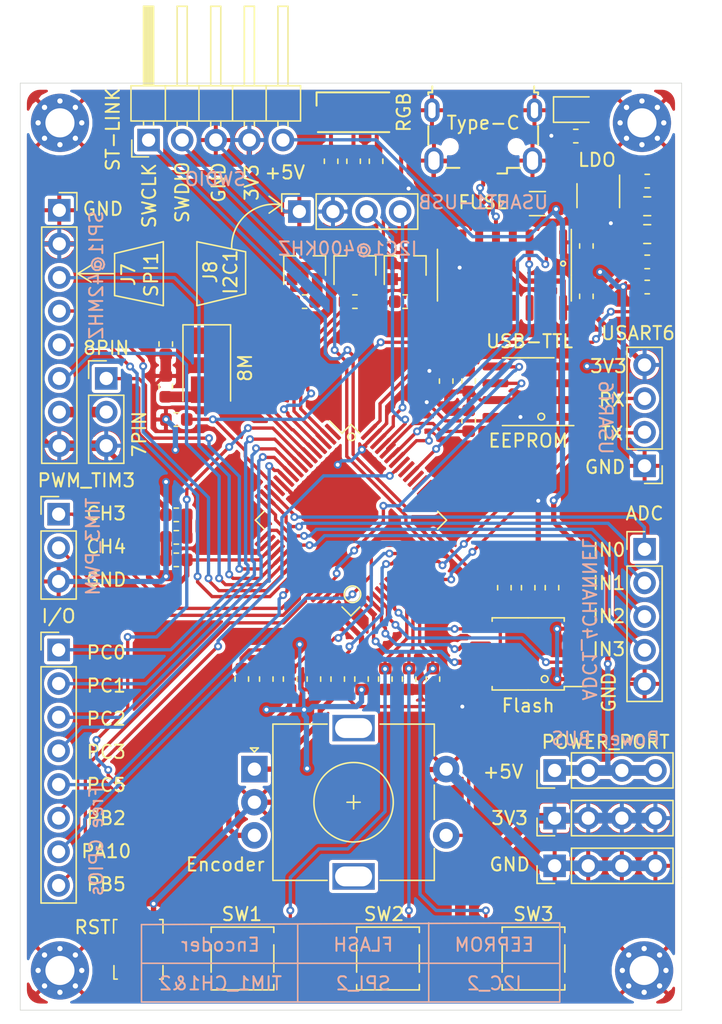
<source format=kicad_pcb>
(kicad_pcb (version 20171130) (host pcbnew "(5.1.5)-2")
  (layers (0 F.Cu signal) (31 B.Cu signal) (34 B.Paste user) (35 F.Paste user) (36 B.SilkS user) (37 F.SilkS user) (38 B.Mask user) (39 F.Mask user) (44 Edge.Cuts user))
  (net 0 "")
  (net 1 GND)
  (net 2 +3V3)
  (net 3 +5V)
  (net 4 /KEY1)
  (net 5 /KEY2)
  (net 6 /KEY3)
  (net 7 "Net-(C7-Pad1)")
  (net 8 /XTAL_IN)
  (net 9 /NRST)
  (net 10 /XTAL_OUT)
  (net 11 VDDA)
  (net 12 /TIM1_CH1)
  (net 13 /TIM1_CH2)
  (net 14 "Net-(D1-Pad2)")
  (net 15 "Net-(D2-Pad3)")
  (net 16 "Net-(D2-Pad2)")
  (net 17 "Net-(D2-Pad1)")
  (net 18 "Net-(F1-Pad1)")
  (net 19 /USB_DP)
  (net 20 /USB_DN)
  (net 21 /ADC1_IN3)
  (net 22 /ADC1_IN2)
  (net 23 /ADC1_IN1)
  (net 24 /ADC1_IN0)
  (net 25 /TIM3_CH4)
  (net 26 /TIM3_CH3)
  (net 27 /SPI3_MOSI)
  (net 28 /SPI3_MISO)
  (net 29 /SPI3_SCK)
  (net 30 /SPI3_CS)
  (net 31 /SPI3_DC)
  (net 32 /SPI3_RST)
  (net 33 /PB5)
  (net 34 /PA10)
  (net 35 /PB2)
  (net 36 /PC5)
  (net 37 /PC3)
  (net 38 /PC2)
  (net 39 /PC1)
  (net 40 /PC0)
  (net 41 /USART6_RX)
  (net 42 /USART6_TX)
  (net 43 /CS|BLK)
  (net 44 /SPI1_DC)
  (net 45 /SPI1_RST)
  (net 46 /SPI1_MOSI)
  (net 47 /SPI1_SCK)
  (net 48 /I2C1_SDA)
  (net 49 /I2C1_SCL)
  (net 50 /SPI1_CS)
  (net 51 /SWDIO)
  (net 52 /SWCLK)
  (net 53 "Net-(Q1-Pad3)")
  (net 54 "Net-(Q1-Pad2)")
  (net 55 "Net-(Q2-Pad3)")
  (net 56 "Net-(Q2-Pad2)")
  (net 57 "Net-(Q3-Pad3)")
  (net 58 "Net-(Q3-Pad2)")
  (net 59 "Net-(R3-Pad1)")
  (net 60 "Net-(R4-Pad1)")
  (net 61 /RGB_1)
  (net 62 /RGB_2)
  (net 63 /RGB_3)
  (net 64 "Net-(R11-Pad2)")
  (net 65 /ENCODER_KEY)
  (net 66 "Net-(U1-Pad15)")
  (net 67 "Net-(U1-Pad14)")
  (net 68 "Net-(U1-Pad13)")
  (net 69 "Net-(U1-Pad12)")
  (net 70 "Net-(U1-Pad11)")
  (net 71 "Net-(U1-Pad10)")
  (net 72 "Net-(U1-Pad9)")
  (net 73 "Net-(U1-Pad8)")
  (net 74 "Net-(U1-Pad7)")
  (net 75 /USART1_TX)
  (net 76 /USART1_RX)
  (net 77 /I2C2_SDA)
  (net 78 /SPI2_MOSI)
  (net 79 /SPI2_MISO)
  (net 80 /SPI2_SCK)
  (net 81 /SPI2_HOLD)
  (net 82 /I2C2_SCL)
  (net 83 /VBAT)
  (net 84 "Net-(C0-Pad1)")
  (net 85 /BOOT0)
  (module Button_Switch_SMD:Button_SMD_3mmx4mmx2.5mm (layer F.Cu) (at 169.037 115.4176 270)
    (fp_text reference RST (at -1.6764 3.5814 180) (layer F.SilkS))
    (fp_text value SW_Push)
    (pad 2 smd rect (at 2.3918 1.2094 270) (size 1.2 0.65) (layers F.Cu F.Paste F.Mask) (net 9 /NRST))
    (pad 2 smd rect (at -2.3622 1.2094 270) (size 1.2 0.65) (layers F.Cu F.Paste F.Mask) (net 9 /NRST))
    (pad 1 smd rect (at 2.3918 -0.9906 270) (size 1.2 0.65) (layers F.Cu F.Paste F.Mask) (net 1 GND))
    (pad 1 smd rect (at -2.3622 -0.9906 270) (size 1.2 0.65) (layers F.Cu F.Paste F.Mask) (net 1 GND))
  )
  (module Resistor_SMD:R_0603_1608Metric (layer F.Cu) (at 193.9 75.5 90)
    (fp_text reference R0 hide)
    (fp_text value 10k)
    (pad 2 smd roundrect (at 0.7875 0 90) (size 0.875 0.95) (layers F.Cu F.Paste F.Mask) (net 1 GND))
    (pad 1 smd roundrect (at -0.7875 0 90) (size 0.875 0.95) (layers F.Cu F.Paste F.Mask) (net 85 /BOOT0))
  )
  (module Capacitor_SMD:C_0805_2012Metric (layer F.Cu) (at 207.4 59.3)
    (fp_text reference C2 hide)
    (fp_text value 10u)
    (pad 2 smd roundrect (at 0.9375 0) (size 0.975 1.4) (layers F.Cu F.Paste F.Mask) (net 1 GND))
    (pad 1 smd roundrect (at -0.9375 0) (size 0.975 1.4) (layers F.Cu F.Paste F.Mask) (net 3 +5V))
  )
  (module Capacitor_SMD:C_0603_1608Metric (layer F.Cu) (at 176.75 95 270)
    (fp_text reference C0 hide)
    (fp_text value 2.2u)
    (pad 2 smd roundrect (at 0.7875 0 270) (size 0.875 0.95) (layers F.Cu F.Paste F.Mask) (net 1 GND))
    (pad 1 smd roundrect (at -0.7875 0 270) (size 0.875 0.95) (layers F.Cu F.Paste F.Mask) (net 84 "Net-(C0-Pad1)"))
  )
  (module Package_TO_SOT_SMD:SOT-23 (layer F.Cu) (at 189.1 63.8 90)
    (fp_text reference Q3 hide)
    (fp_text value S8050)
    (pad 3 smd rect (at 1 0 90) (size 0.9 0.8) (layers F.Cu F.Paste F.Mask) (net 57 "Net-(Q3-Pad3)"))
    (pad 2 smd rect (at -1 0.95 90) (size 0.9 0.8) (layers F.Cu F.Paste F.Mask) (net 58 "Net-(Q3-Pad2)"))
    (pad 1 smd rect (at -1 -0.95 90) (size 0.9 0.8) (layers F.Cu F.Paste F.Mask) (net 1 GND))
  )
  (module Package_TO_SOT_SMD:SOT-23 (layer F.Cu) (at 181.5 63.8 90)
    (fp_text reference Q2 hide)
    (fp_text value S8050)
    (pad 3 smd rect (at 1 0 90) (size 0.9 0.8) (layers F.Cu F.Paste F.Mask) (net 55 "Net-(Q2-Pad3)"))
    (pad 2 smd rect (at -1 0.95 90) (size 0.9 0.8) (layers F.Cu F.Paste F.Mask) (net 56 "Net-(Q2-Pad2)"))
    (pad 1 smd rect (at -1 -0.95 90) (size 0.9 0.8) (layers F.Cu F.Paste F.Mask) (net 1 GND))
  )
  (module Package_TO_SOT_SMD:SOT-23 (layer F.Cu) (at 185.3 63.8 90)
    (fp_text reference Q1 hide)
    (fp_text value S8050)
    (pad 3 smd rect (at 1 0 90) (size 0.9 0.8) (layers F.Cu F.Paste F.Mask) (net 53 "Net-(Q1-Pad3)"))
    (pad 2 smd rect (at -1 0.95 90) (size 0.9 0.8) (layers F.Cu F.Paste F.Mask) (net 54 "Net-(Q1-Pad2)"))
    (pad 1 smd rect (at -1 -0.95 90) (size 0.9 0.8) (layers F.Cu F.Paste F.Mask) (net 1 GND))
  )
  (module MountingHole:MountingHole_2.2mm_M2_Pad_Via (layer F.Cu) (at 207.166726 117)
    (fp_text reference H4 hide)
    (fp_text value Stand)
    (pad 1 thru_hole circle (at 1.166726 -1.166726) (size 0.7 0.7) (drill 0.4) (layers *.Cu *.Mask) (net 1 GND))
    (pad 1 thru_hole circle (at 0 -1.65) (size 0.7 0.7) (drill 0.4) (layers *.Cu *.Mask) (net 1 GND))
    (pad 1 thru_hole circle (at -1.166726 -1.166726) (size 0.7 0.7) (drill 0.4) (layers *.Cu *.Mask) (net 1 GND))
    (pad 1 thru_hole circle (at -1.65 0) (size 0.7 0.7) (drill 0.4) (layers *.Cu *.Mask) (net 1 GND))
    (pad 1 thru_hole circle (at -1.166726 1.166726) (size 0.7 0.7) (drill 0.4) (layers *.Cu *.Mask) (net 1 GND))
    (pad 1 thru_hole circle (at 0 1.65) (size 0.7 0.7) (drill 0.4) (layers *.Cu *.Mask) (net 1 GND))
    (pad 1 thru_hole circle (at 1.166726 1.166726) (size 0.7 0.7) (drill 0.4) (layers *.Cu *.Mask) (net 1 GND))
    (pad 1 thru_hole circle (at 1.65 0) (size 0.7 0.7) (drill 0.4) (layers *.Cu *.Mask) (net 1 GND))
    (pad 1 thru_hole circle (at 0 0) (size 4.4 4.4) (drill 2.2) (layers *.Cu *.Mask) (net 1 GND))
  )
  (module MountingHole:MountingHole_2.2mm_M2_Pad_Via (layer F.Cu) (at 163 117)
    (fp_text reference H3 hide)
    (fp_text value Stand)
    (pad 1 thru_hole circle (at 1.166726 -1.166726) (size 0.7 0.7) (drill 0.4) (layers *.Cu *.Mask) (net 1 GND))
    (pad 1 thru_hole circle (at 0 -1.65) (size 0.7 0.7) (drill 0.4) (layers *.Cu *.Mask) (net 1 GND))
    (pad 1 thru_hole circle (at -1.166726 -1.166726) (size 0.7 0.7) (drill 0.4) (layers *.Cu *.Mask) (net 1 GND))
    (pad 1 thru_hole circle (at -1.65 0) (size 0.7 0.7) (drill 0.4) (layers *.Cu *.Mask) (net 1 GND))
    (pad 1 thru_hole circle (at -1.166726 1.166726) (size 0.7 0.7) (drill 0.4) (layers *.Cu *.Mask) (net 1 GND))
    (pad 1 thru_hole circle (at 0 1.65) (size 0.7 0.7) (drill 0.4) (layers *.Cu *.Mask) (net 1 GND))
    (pad 1 thru_hole circle (at 1.166726 1.166726) (size 0.7 0.7) (drill 0.4) (layers *.Cu *.Mask) (net 1 GND))
    (pad 1 thru_hole circle (at 1.65 0) (size 0.7 0.7) (drill 0.4) (layers *.Cu *.Mask) (net 1 GND))
    (pad 1 thru_hole circle (at 0 0) (size 4.4 4.4) (drill 2.2) (layers *.Cu *.Mask) (net 1 GND))
  )
  (module MountingHole:MountingHole_2.2mm_M2_Pad_Via (layer F.Cu) (at 207 53)
    (fp_text reference H2 hide)
    (fp_text value Stand)
    (pad 1 thru_hole circle (at 1.166726 -1.166726) (size 0.7 0.7) (drill 0.4) (layers *.Cu *.Mask) (net 1 GND))
    (pad 1 thru_hole circle (at 0 -1.65) (size 0.7 0.7) (drill 0.4) (layers *.Cu *.Mask) (net 1 GND))
    (pad 1 thru_hole circle (at -1.166726 -1.166726) (size 0.7 0.7) (drill 0.4) (layers *.Cu *.Mask) (net 1 GND))
    (pad 1 thru_hole circle (at -1.65 0) (size 0.7 0.7) (drill 0.4) (layers *.Cu *.Mask) (net 1 GND))
    (pad 1 thru_hole circle (at -1.166726 1.166726) (size 0.7 0.7) (drill 0.4) (layers *.Cu *.Mask) (net 1 GND))
    (pad 1 thru_hole circle (at 0 1.65) (size 0.7 0.7) (drill 0.4) (layers *.Cu *.Mask) (net 1 GND))
    (pad 1 thru_hole circle (at 1.166726 1.166726) (size 0.7 0.7) (drill 0.4) (layers *.Cu *.Mask) (net 1 GND))
    (pad 1 thru_hole circle (at 1.65 0) (size 0.7 0.7) (drill 0.4) (layers *.Cu *.Mask) (net 1 GND))
    (pad 1 thru_hole circle (at 0 0) (size 4.4 4.4) (drill 2.2) (layers *.Cu *.Mask) (net 1 GND))
  )
  (module MountingHole:MountingHole_2.2mm_M2_Pad_Via (layer F.Cu) (at 163 53)
    (fp_text reference H1 hide)
    (fp_text value Stand)
    (pad 1 thru_hole circle (at 1.166726 -1.166726) (size 0.7 0.7) (drill 0.4) (layers *.Cu *.Mask) (net 1 GND))
    (pad 1 thru_hole circle (at 0 -1.65) (size 0.7 0.7) (drill 0.4) (layers *.Cu *.Mask) (net 1 GND))
    (pad 1 thru_hole circle (at -1.166726 -1.166726) (size 0.7 0.7) (drill 0.4) (layers *.Cu *.Mask) (net 1 GND))
    (pad 1 thru_hole circle (at -1.65 0) (size 0.7 0.7) (drill 0.4) (layers *.Cu *.Mask) (net 1 GND))
    (pad 1 thru_hole circle (at -1.166726 1.166726) (size 0.7 0.7) (drill 0.4) (layers *.Cu *.Mask) (net 1 GND))
    (pad 1 thru_hole circle (at 0 1.65) (size 0.7 0.7) (drill 0.4) (layers *.Cu *.Mask) (net 1 GND))
    (pad 1 thru_hole circle (at 1.166726 1.166726) (size 0.7 0.7) (drill 0.4) (layers *.Cu *.Mask) (net 1 GND))
    (pad 1 thru_hole circle (at 1.65 0) (size 0.7 0.7) (drill 0.4) (layers *.Cu *.Mask) (net 1 GND))
    (pad 1 thru_hole circle (at 0 0) (size 4.4 4.4) (drill 2.2) (layers *.Cu *.Mask) (net 1 GND))
  )
  (module Crystal:Crystal_SMD_5032-2Pin_5.0x3.2mm (layer F.Cu) (at 174.1 71.3 270)
    (fp_text reference 8M (at 0.2 -2.9 270) (layer F.SilkS))
    (fp_text value 8M)
    (pad 2 smd rect (at 1.85 0 270) (size 2 2.4) (layers F.Cu F.Paste F.Mask) (net 10 /XTAL_OUT))
    (pad 1 smd rect (at -1.85 0 270) (size 2 2.4) (layers F.Cu F.Paste F.Mask) (net 8 /XTAL_IN))
  )
  (module Package_SO:SOIC-8_3.9x4.9mm_P1.27mm (layer F.Cu) (at 198.4 73.3 180)
    (fp_text reference EEPROM (at 0 -3.7) (layer F.SilkS))
    (fp_text value M24C02-FMN)
    (pad 8 smd roundrect (at 2.475 -1.905 180) (size 1.95 0.6) (layers F.Cu F.Paste F.Mask) (net 2 +3V3))
    (pad 7 smd roundrect (at 2.475 -0.635 180) (size 1.95 0.6) (layers F.Cu F.Paste F.Mask) (net 1 GND))
    (pad 6 smd roundrect (at 2.475 0.635 180) (size 1.95 0.6) (layers F.Cu F.Paste F.Mask) (net 82 /I2C2_SCL))
    (pad 5 smd roundrect (at 2.475 1.905 180) (size 1.95 0.6) (layers F.Cu F.Paste F.Mask) (net 77 /I2C2_SDA))
    (pad 4 smd roundrect (at -2.475 1.905 180) (size 1.95 0.6) (layers F.Cu F.Paste F.Mask) (net 1 GND))
    (pad 3 smd roundrect (at -2.475 0.635 180) (size 1.95 0.6) (layers F.Cu F.Paste F.Mask) (net 1 GND))
    (pad 2 smd roundrect (at -2.475 -0.635 180) (size 1.95 0.6) (layers F.Cu F.Paste F.Mask) (net 1 GND))
    (pad 1 smd roundrect (at -2.475 -1.905 180) (size 1.95 0.6) (layers F.Cu F.Paste F.Mask) (net 1 GND))
  )
  (module Package_SO:SOIC-8_5.23x5.23mm_P1.27mm (layer F.Cu) (at 198.4 93.1 180)
    (fp_text reference Flash (at 0 -3.9) (layer F.SilkS))
    (fp_text value W25Q128JVS)
    (pad 8 smd roundrect (at 3.6 -1.905 180) (size 1.6 0.6) (layers F.Cu F.Paste F.Mask) (net 2 +3V3))
    (pad 7 smd roundrect (at 3.6 -0.635 180) (size 1.6 0.6) (layers F.Cu F.Paste F.Mask) (net 81 /SPI2_HOLD))
    (pad 6 smd roundrect (at 3.6 0.635 180) (size 1.6 0.6) (layers F.Cu F.Paste F.Mask) (net 80 /SPI2_SCK))
    (pad 5 smd roundrect (at 3.6 1.905 180) (size 1.6 0.6) (layers F.Cu F.Paste F.Mask) (net 78 /SPI2_MOSI))
    (pad 4 smd roundrect (at -3.6 1.905 180) (size 1.6 0.6) (layers F.Cu F.Paste F.Mask) (net 1 GND))
    (pad 3 smd roundrect (at -3.6 0.635 180) (size 1.6 0.6) (layers F.Cu F.Paste F.Mask) (net 64 "Net-(R11-Pad2)"))
    (pad 2 smd roundrect (at -3.6 -0.635 180) (size 1.6 0.6) (layers F.Cu F.Paste F.Mask) (net 79 /SPI2_MISO))
    (pad 1 smd roundrect (at -3.6 -1.905 180) (size 1.6 0.6) (layers F.Cu F.Paste F.Mask) (net 1 GND))
  )
  (module Package_QFP:LQFP-64_10x10mm_P0.5mm (layer F.Cu) (at 185 83 315)
    (fp_text reference U3 hide)
    (fp_text value STM32F401RCTx)
    (pad 64 smd roundrect (at -3.75 -5.675 315) (size 0.3 1.55) (layers F.Cu F.Paste F.Mask) (net 2 +3V3))
    (pad 63 smd roundrect (at -3.25 -5.675 315) (size 0.3 1.55) (layers F.Cu F.Paste F.Mask) (net 1 GND))
    (pad 62 smd roundrect (at -2.75 -5.675 315) (size 0.3 1.55) (layers F.Cu F.Paste F.Mask) (net 48 /I2C1_SDA))
    (pad 61 smd roundrect (at -2.25 -5.675 315) (size 0.3 1.55) (layers F.Cu F.Paste F.Mask) (net 49 /I2C1_SCL))
    (pad 60 smd roundrect (at -1.75 -5.675 315) (size 0.3 1.55) (layers F.Cu F.Paste F.Mask) (net 85 /BOOT0))
    (pad 59 smd roundrect (at -1.25 -5.675 315) (size 0.3 1.55) (layers F.Cu F.Paste F.Mask) (net 76 /USART1_RX))
    (pad 58 smd roundrect (at -0.75 -5.675 315) (size 0.3 1.55) (layers F.Cu F.Paste F.Mask) (net 75 /USART1_TX))
    (pad 57 smd roundrect (at -0.25 -5.675 315) (size 0.3 1.55) (layers F.Cu F.Paste F.Mask) (net 33 /PB5))
    (pad 56 smd roundrect (at 0.25 -5.675 315) (size 0.3 1.55) (layers F.Cu F.Paste F.Mask) (net 32 /SPI3_RST))
    (pad 55 smd roundrect (at 0.75 -5.675 315) (size 0.3 1.55) (layers F.Cu F.Paste F.Mask) (net 77 /I2C2_SDA))
    (pad 54 smd roundrect (at 1.25 -5.675 315) (size 0.3 1.55) (layers F.Cu F.Paste F.Mask) (net 30 /SPI3_CS))
    (pad 53 smd roundrect (at 1.75 -5.675 315) (size 0.3 1.55) (layers F.Cu F.Paste F.Mask) (net 27 /SPI3_MOSI))
    (pad 52 smd roundrect (at 2.25 -5.675 315) (size 0.3 1.55) (layers F.Cu F.Paste F.Mask) (net 28 /SPI3_MISO))
    (pad 51 smd roundrect (at 2.75 -5.675 315) (size 0.3 1.55) (layers F.Cu F.Paste F.Mask) (net 29 /SPI3_SCK))
    (pad 50 smd roundrect (at 3.25 -5.675 315) (size 0.3 1.55) (layers F.Cu F.Paste F.Mask) (net 31 /SPI3_DC))
    (pad 49 smd roundrect (at 3.75 -5.675 315) (size 0.3 1.55) (layers F.Cu F.Paste F.Mask) (net 52 /SWCLK))
    (pad 48 smd roundrect (at 5.675 -3.75 315) (size 1.55 0.3) (layers F.Cu F.Paste F.Mask) (net 2 +3V3))
    (pad 47 smd roundrect (at 5.675 -3.25 315) (size 1.55 0.3) (layers F.Cu F.Paste F.Mask) (net 1 GND))
    (pad 46 smd roundrect (at 5.675 -2.75 315) (size 1.55 0.3) (layers F.Cu F.Paste F.Mask) (net 51 /SWDIO))
    (pad 45 smd roundrect (at 5.675 -2.25 315) (size 1.55 0.3) (layers F.Cu F.Paste F.Mask) (net 41 /USART6_RX))
    (pad 44 smd roundrect (at 5.675 -1.75 315) (size 1.55 0.3) (layers F.Cu F.Paste F.Mask) (net 42 /USART6_TX))
    (pad 43 smd roundrect (at 5.675 -1.25 315) (size 1.55 0.3) (layers F.Cu F.Paste F.Mask) (net 34 /PA10))
    (pad 42 smd roundrect (at 5.675 -0.75 315) (size 1.55 0.3) (layers F.Cu F.Paste F.Mask) (net 13 /TIM1_CH2))
    (pad 41 smd roundrect (at 5.675 -0.25 315) (size 1.55 0.3) (layers F.Cu F.Paste F.Mask) (net 12 /TIM1_CH1))
    (pad 40 smd roundrect (at 5.675 0.25 315) (size 1.55 0.3) (layers F.Cu F.Paste F.Mask) (net 65 /ENCODER_KEY))
    (pad 39 smd roundrect (at 5.675 0.75 315) (size 1.55 0.3) (layers F.Cu F.Paste F.Mask) (net 6 /KEY3))
    (pad 38 smd roundrect (at 5.675 1.25 315) (size 1.55 0.3) (layers F.Cu F.Paste F.Mask) (net 5 /KEY2))
    (pad 37 smd roundrect (at 5.675 1.75 315) (size 1.55 0.3) (layers F.Cu F.Paste F.Mask) (net 4 /KEY1))
    (pad 36 smd roundrect (at 5.675 2.25 315) (size 1.55 0.3) (layers F.Cu F.Paste F.Mask) (net 78 /SPI2_MOSI))
    (pad 35 smd roundrect (at 5.675 2.75 315) (size 1.55 0.3) (layers F.Cu F.Paste F.Mask) (net 79 /SPI2_MISO))
    (pad 34 smd roundrect (at 5.675 3.25 315) (size 1.55 0.3) (layers F.Cu F.Paste F.Mask) (net 80 /SPI2_SCK))
    (pad 33 smd roundrect (at 5.675 3.75 315) (size 1.55 0.3) (layers F.Cu F.Paste F.Mask) (net 81 /SPI2_HOLD))
    (pad 32 smd roundrect (at 3.75 5.675 315) (size 0.3 1.55) (layers F.Cu F.Paste F.Mask) (net 2 +3V3))
    (pad 31 smd roundrect (at 3.25 5.675 315) (size 0.3 1.55) (layers F.Cu F.Paste F.Mask) (net 1 GND))
    (pad 30 smd roundrect (at 2.75 5.675 315) (size 0.3 1.55) (layers F.Cu F.Paste F.Mask) (net 84 "Net-(C0-Pad1)"))
    (pad 29 smd roundrect (at 2.25 5.675 315) (size 0.3 1.55) (layers F.Cu F.Paste F.Mask) (net 82 /I2C2_SCL))
    (pad 28 smd roundrect (at 1.75 5.675 315) (size 0.3 1.55) (layers F.Cu F.Paste F.Mask) (net 35 /PB2))
    (pad 27 smd roundrect (at 1.25 5.675 315) (size 0.3 1.55) (layers F.Cu F.Paste F.Mask) (net 25 /TIM3_CH4))
    (pad 26 smd roundrect (at 0.75 5.675 315) (size 0.3 1.55) (layers F.Cu F.Paste F.Mask) (net 26 /TIM3_CH3))
    (pad 25 smd roundrect (at 0.25 5.675 315) (size 0.3 1.55) (layers F.Cu F.Paste F.Mask) (net 36 /PC5))
    (pad 24 smd roundrect (at -0.25 5.675 315) (size 0.3 1.55) (layers F.Cu F.Paste F.Mask) (net 45 /SPI1_RST))
    (pad 23 smd roundrect (at -0.75 5.675 315) (size 0.3 1.55) (layers F.Cu F.Paste F.Mask) (net 46 /SPI1_MOSI))
    (pad 22 smd roundrect (at -1.25 5.675 315) (size 0.3 1.55) (layers F.Cu F.Paste F.Mask) (net 44 /SPI1_DC))
    (pad 21 smd roundrect (at -1.75 5.675 315) (size 0.3 1.55) (layers F.Cu F.Paste F.Mask) (net 47 /SPI1_SCK))
    (pad 20 smd roundrect (at -2.25 5.675 315) (size 0.3 1.55) (layers F.Cu F.Paste F.Mask) (net 50 /SPI1_CS))
    (pad 19 smd roundrect (at -2.75 5.675 315) (size 0.3 1.55) (layers F.Cu F.Paste F.Mask) (net 2 +3V3))
    (pad 18 smd roundrect (at -3.25 5.675 315) (size 0.3 1.55) (layers F.Cu F.Paste F.Mask) (net 1 GND))
    (pad 17 smd roundrect (at -3.75 5.675 315) (size 0.3 1.55) (layers F.Cu F.Paste F.Mask) (net 21 /ADC1_IN3))
    (pad 16 smd roundrect (at -5.675 3.75 315) (size 1.55 0.3) (layers F.Cu F.Paste F.Mask) (net 22 /ADC1_IN2))
    (pad 15 smd roundrect (at -5.675 3.25 315) (size 1.55 0.3) (layers F.Cu F.Paste F.Mask) (net 23 /ADC1_IN1))
    (pad 14 smd roundrect (at -5.675 2.75 315) (size 1.55 0.3) (layers F.Cu F.Paste F.Mask) (net 24 /ADC1_IN0))
    (pad 13 smd roundrect (at -5.675 2.25 315) (size 1.55 0.3) (layers F.Cu F.Paste F.Mask) (net 11 VDDA))
    (pad 12 smd roundrect (at -5.675 1.75 315) (size 1.55 0.3) (layers F.Cu F.Paste F.Mask) (net 1 GND))
    (pad 11 smd roundrect (at -5.675 1.25 315) (size 1.55 0.3) (layers F.Cu F.Paste F.Mask) (net 37 /PC3))
    (pad 10 smd roundrect (at -5.675 0.75 315) (size 1.55 0.3) (layers F.Cu F.Paste F.Mask) (net 38 /PC2))
    (pad 9 smd roundrect (at -5.675 0.25 315) (size 1.55 0.3) (layers F.Cu F.Paste F.Mask) (net 39 /PC1))
    (pad 8 smd roundrect (at -5.675 -0.25 315) (size 1.55 0.3) (layers F.Cu F.Paste F.Mask) (net 40 /PC0))
    (pad 7 smd roundrect (at -5.675 -0.75 315) (size 1.55 0.3) (layers F.Cu F.Paste F.Mask) (net 9 /NRST))
    (pad 6 smd roundrect (at -5.675 -1.25 315) (size 1.55 0.3) (layers F.Cu F.Paste F.Mask) (net 10 /XTAL_OUT))
    (pad 5 smd roundrect (at -5.675 -1.75 315) (size 1.55 0.3) (layers F.Cu F.Paste F.Mask) (net 8 /XTAL_IN))
    (pad 4 smd roundrect (at -5.675 -2.25 315) (size 1.55 0.3) (layers F.Cu F.Paste F.Mask) (net 63 /RGB_3))
    (pad 3 smd roundrect (at -5.675 -2.75 315) (size 1.55 0.3) (layers F.Cu F.Paste F.Mask) (net 62 /RGB_2))
    (pad 2 smd roundrect (at -5.675 -3.25 315) (size 1.55 0.3) (layers F.Cu F.Paste F.Mask) (net 61 /RGB_1))
    (pad 1 smd roundrect (at -5.675 -3.75 315) (size 1.55 0.3) (layers F.Cu F.Paste F.Mask) (net 83 /VBAT))
  )
  (module Package_TO_SOT_SMD:SOT-23-5 (layer F.Cu) (at 203.7 58.5 270)
    (fp_text reference LDO (at -2.7 0.1 180) (layer F.SilkS))
    (fp_text value RT9193-3.3)
    (pad 5 smd rect (at 1.1 -0.95 270) (size 1.06 0.65) (layers F.Cu F.Paste F.Mask) (net 2 +3V3))
    (pad 4 smd rect (at 1.1 0.95 270) (size 1.06 0.65) (layers F.Cu F.Paste F.Mask) (net 7 "Net-(C7-Pad1)"))
    (pad 3 smd rect (at -1.1 0.95 270) (size 1.06 0.65) (layers F.Cu F.Paste F.Mask) (net 3 +5V))
    (pad 2 smd rect (at -1.1 0 270) (size 1.06 0.65) (layers F.Cu F.Paste F.Mask) (net 1 GND))
    (pad 1 smd rect (at -1.1 -0.95 270) (size 1.06 0.65) (layers F.Cu F.Paste F.Mask) (net 3 +5V))
  )
  (module Package_SO:SOIC-16_3.9x9.9mm_P1.27mm (layer F.Cu) (at 196.6 64.5 270)
    (fp_text reference USB-TTL (at 5 -1.9 180) (layer F.SilkS))
    (fp_text value CH340G)
    (pad 16 smd roundrect (at 2.475 -4.445 270) (size 1.95 0.6) (layers F.Cu F.Paste F.Mask) (net 2 +3V3))
    (pad 15 smd roundrect (at 2.475 -3.175 270) (size 1.95 0.6) (layers F.Cu F.Paste F.Mask) (net 66 "Net-(U1-Pad15)"))
    (pad 14 smd roundrect (at 2.475 -1.905 270) (size 1.95 0.6) (layers F.Cu F.Paste F.Mask) (net 67 "Net-(U1-Pad14)"))
    (pad 13 smd roundrect (at 2.475 -0.635 270) (size 1.95 0.6) (layers F.Cu F.Paste F.Mask) (net 68 "Net-(U1-Pad13)"))
    (pad 12 smd roundrect (at 2.475 0.635 270) (size 1.95 0.6) (layers F.Cu F.Paste F.Mask) (net 69 "Net-(U1-Pad12)"))
    (pad 11 smd roundrect (at 2.475 1.905 270) (size 1.95 0.6) (layers F.Cu F.Paste F.Mask) (net 70 "Net-(U1-Pad11)"))
    (pad 10 smd roundrect (at 2.475 3.175 270) (size 1.95 0.6) (layers F.Cu F.Paste F.Mask) (net 71 "Net-(U1-Pad10)"))
    (pad 9 smd roundrect (at 2.475 4.445 270) (size 1.95 0.6) (layers F.Cu F.Paste F.Mask) (net 72 "Net-(U1-Pad9)"))
    (pad 8 smd roundrect (at -2.475 4.445 270) (size 1.95 0.6) (layers F.Cu F.Paste F.Mask) (net 73 "Net-(U1-Pad8)"))
    (pad 7 smd roundrect (at -2.475 3.175 270) (size 1.95 0.6) (layers F.Cu F.Paste F.Mask) (net 74 "Net-(U1-Pad7)"))
    (pad 6 smd roundrect (at -2.475 1.905 270) (size 1.95 0.6) (layers F.Cu F.Paste F.Mask) (net 20 /USB_DN))
    (pad 5 smd roundrect (at -2.475 0.635 270) (size 1.95 0.6) (layers F.Cu F.Paste F.Mask) (net 19 /USB_DP))
    (pad 4 smd roundrect (at -2.475 -0.635 270) (size 1.95 0.6) (layers F.Cu F.Paste F.Mask) (net 2 +3V3))
    (pad 3 smd roundrect (at -2.475 -1.905 270) (size 1.95 0.6) (layers F.Cu F.Paste F.Mask) (net 75 /USART1_TX))
    (pad 2 smd roundrect (at -2.475 -3.175 270) (size 1.95 0.6) (layers F.Cu F.Paste F.Mask) (net 76 /USART1_RX))
    (pad 1 smd roundrect (at -2.475 -4.445 270) (size 1.95 0.6) (layers F.Cu F.Paste F.Mask) (net 1 GND))
  )
  (module Rotary_Encoder:RotaryEncoder_Alps_EC11E-Switch_Vertical_H20mm (layer F.Cu) (at 177.7 101.8)
    (fp_text reference Encoder (at -2.2 7.2) (layer F.SilkS))
    (fp_text value Rotary_Encoder_Switch)
    (pad A thru_hole rect (at 0 0) (size 2 2) (drill 1) (layers *.Cu *.Mask) (net 59 "Net-(R3-Pad1)"))
    (pad C thru_hole circle (at 0 2.5) (size 2 2) (drill 1) (layers *.Cu *.Mask) (net 1 GND))
    (pad B thru_hole circle (at 0 5) (size 2 2) (drill 1) (layers *.Cu *.Mask) (net 60 "Net-(R4-Pad1)"))
    (pad MP thru_hole rect (at 7.5 -3.1) (size 3.2 2) (drill oval 2.8 1.5) (layers *.Cu *.Mask))
    (pad MP thru_hole rect (at 7.5 8.1) (size 3.2 2) (drill oval 2.8 1.5) (layers *.Cu *.Mask))
    (pad S2 thru_hole circle (at 14.5 0) (size 2 2) (drill 1) (layers *.Cu *.Mask) (net 1 GND))
    (pad S1 thru_hole circle (at 14.5 5) (size 2 2) (drill 1) (layers *.Cu *.Mask) (net 65 /ENCODER_KEY))
  )
  (module Button_Switch_SMD:SW_SPST_TL3305C (layer F.Cu) (at 198.8 116.1 180)
    (fp_text reference SW3 (at 0 3.35) (layer F.SilkS))
    (fp_text value SW_Push)
    (pad 2 smd rect (at -3.6 1.5 180) (size 1.6 1.4) (layers F.Cu F.Paste F.Mask) (net 6 /KEY3))
    (pad 2 smd rect (at 3.6 1.5 180) (size 1.6 1.4) (layers F.Cu F.Paste F.Mask) (net 6 /KEY3))
    (pad 1 smd rect (at -3.6 -1.5 180) (size 1.6 1.4) (layers F.Cu F.Paste F.Mask) (net 2 +3V3))
    (pad 1 smd rect (at 3.6 -1.5 180) (size 1.6 1.4) (layers F.Cu F.Paste F.Mask) (net 2 +3V3))
  )
  (module Button_Switch_SMD:SW_SPST_TL3305C (layer F.Cu) (at 187.8 116.1 180)
    (fp_text reference SW2 (at 0.3 3.35) (layer F.SilkS))
    (fp_text value SW_Push)
    (pad 2 smd rect (at -3.6 1.5 180) (size 1.6 1.4) (layers F.Cu F.Paste F.Mask) (net 5 /KEY2))
    (pad 2 smd rect (at 3.6 1.5 180) (size 1.6 1.4) (layers F.Cu F.Paste F.Mask) (net 5 /KEY2))
    (pad 1 smd rect (at -3.6 -1.5 180) (size 1.6 1.4) (layers F.Cu F.Paste F.Mask) (net 2 +3V3))
    (pad 1 smd rect (at 3.6 -1.5 180) (size 1.6 1.4) (layers F.Cu F.Paste F.Mask) (net 2 +3V3))
  )
  (module Button_Switch_SMD:SW_SPST_TL3305C (layer F.Cu) (at 176.8 116.1 180)
    (fp_text reference SW1 (at 0.05 3.35) (layer F.SilkS))
    (fp_text value SW_Push)
    (pad 2 smd rect (at -3.6 1.5 180) (size 1.6 1.4) (layers F.Cu F.Paste F.Mask) (net 4 /KEY1))
    (pad 2 smd rect (at 3.6 1.5 180) (size 1.6 1.4) (layers F.Cu F.Paste F.Mask) (net 4 /KEY1))
    (pad 1 smd rect (at -3.6 -1.5 180) (size 1.6 1.4) (layers F.Cu F.Paste F.Mask) (net 2 +3V3))
    (pad 1 smd rect (at 3.6 -1.5 180) (size 1.6 1.4) (layers F.Cu F.Paste F.Mask) (net 2 +3V3))
  )
  (module Resistor_SMD:R_0603_1608Metric (layer F.Cu) (at 200.2 88.1 270)
    (fp_text reference R11 hide)
    (fp_text value 1k)
    (pad 2 smd roundrect (at 0.7875 0 270) (size 0.875 0.95) (layers F.Cu F.Paste F.Mask) (net 64 "Net-(R11-Pad2)"))
    (pad 1 smd roundrect (at -0.7875 0 270) (size 0.875 0.95) (layers F.Cu F.Paste F.Mask) (net 2 +3V3))
  )
  (module Resistor_SMD:R_0603_1608Metric (layer F.Cu) (at 189.1 66.5 180)
    (fp_text reference R10 hide)
    (fp_text value 1k)
    (pad 2 smd roundrect (at 0.7875 0 180) (size 0.875 0.95) (layers F.Cu F.Paste F.Mask) (net 63 /RGB_3))
    (pad 1 smd roundrect (at -0.7875 0 180) (size 0.875 0.95) (layers F.Cu F.Paste F.Mask) (net 58 "Net-(Q3-Pad2)"))
  )
  (module Resistor_SMD:R_0603_1608Metric (layer F.Cu) (at 186.9 55.9 90)
    (fp_text reference R9 hide)
    (fp_text value 1k)
    (pad 2 smd roundrect (at 0.7875 0 90) (size 0.875 0.95) (layers F.Cu F.Paste F.Mask) (net 15 "Net-(D2-Pad3)"))
    (pad 1 smd roundrect (at -0.7875 0 90) (size 0.875 0.95) (layers F.Cu F.Paste F.Mask) (net 57 "Net-(Q3-Pad3)"))
  )
  (module Resistor_SMD:R_0603_1608Metric (layer F.Cu) (at 183.5 55.9 90)
    (fp_text reference R8 hide)
    (fp_text value 1k)
    (pad 2 smd roundrect (at 0.7875 0 90) (size 0.875 0.95) (layers F.Cu F.Paste F.Mask) (net 16 "Net-(D2-Pad2)"))
    (pad 1 smd roundrect (at -0.7875 0 90) (size 0.875 0.95) (layers F.Cu F.Paste F.Mask) (net 55 "Net-(Q2-Pad3)"))
  )
  (module Resistor_SMD:R_0603_1608Metric (layer F.Cu) (at 185.2 55.9 90)
    (fp_text reference R7 hide)
    (fp_text value 1k)
    (pad 2 smd roundrect (at 0.7875 0 90) (size 0.875 0.95) (layers F.Cu F.Paste F.Mask) (net 17 "Net-(D2-Pad1)"))
    (pad 1 smd roundrect (at -0.7875 0 90) (size 0.875 0.95) (layers F.Cu F.Paste F.Mask) (net 53 "Net-(Q1-Pad3)"))
  )
  (module Resistor_SMD:R_0603_1608Metric (layer F.Cu) (at 181.5 66.5 180)
    (fp_text reference R6 hide)
    (fp_text value 1k)
    (pad 2 smd roundrect (at 0.7875 0 180) (size 0.875 0.95) (layers F.Cu F.Paste F.Mask) (net 62 /RGB_2))
    (pad 1 smd roundrect (at -0.7875 0 180) (size 0.875 0.95) (layers F.Cu F.Paste F.Mask) (net 56 "Net-(Q2-Pad2)"))
  )
  (module Resistor_SMD:R_0603_1608Metric (layer F.Cu) (at 185.3 66.5 180)
    (fp_text reference R5 hide)
    (fp_text value 1k)
    (pad 2 smd roundrect (at 0.7875 0 180) (size 0.875 0.95) (layers F.Cu F.Paste F.Mask) (net 61 /RGB_1))
    (pad 1 smd roundrect (at -0.7875 0 180) (size 0.875 0.95) (layers F.Cu F.Paste F.Mask) (net 54 "Net-(Q1-Pad2)"))
  )
  (module Resistor_SMD:R_0603_1608Metric (layer F.Cu) (at 180.4 95 90)
    (fp_text reference R4 hide)
    (fp_text value 10k)
    (pad 2 smd roundrect (at 0.7875 0 90) (size 0.875 0.95) (layers F.Cu F.Paste F.Mask) (net 13 /TIM1_CH2))
    (pad 1 smd roundrect (at -0.7875 0 90) (size 0.875 0.95) (layers F.Cu F.Paste F.Mask) (net 60 "Net-(R4-Pad1)"))
  )
  (module Resistor_SMD:R_0603_1608Metric (layer F.Cu) (at 184 95 90)
    (fp_text reference R3 hide)
    (fp_text value 10k)
    (pad 2 smd roundrect (at 0.7875 0 90) (size 0.875 0.95) (layers F.Cu F.Paste F.Mask) (net 12 /TIM1_CH1))
    (pad 1 smd roundrect (at -0.7875 0 90) (size 0.875 0.95) (layers F.Cu F.Paste F.Mask) (net 59 "Net-(R3-Pad1)"))
  )
  (module Resistor_SMD:R_0603_1608Metric (layer F.Cu) (at 202 54)
    (fp_text reference R2 hide)
    (fp_text value 1k)
    (pad 2 smd roundrect (at 0.7875 0) (size 0.875 0.95) (layers F.Cu F.Paste F.Mask) (net 14 "Net-(D1-Pad2)"))
    (pad 1 smd roundrect (at -0.7875 0) (size 0.875 0.95) (layers F.Cu F.Paste F.Mask) (net 2 +3V3))
  )
  (module Resistor_SMD:R_0603_1608Metric (layer F.Cu) (at 171.8 82.6)
    (fp_text reference R1 hide)
    (fp_text value 1k)
    (pad 2 smd roundrect (at 0.7875 0) (size 0.875 0.95) (layers F.Cu F.Paste F.Mask) (net 9 /NRST))
    (pad 1 smd roundrect (at -0.7875 0) (size 0.875 0.95) (layers F.Cu F.Paste F.Mask) (net 2 +3V3))
  )
  (module Inductor_SMD:L_0603_1608Metric_Pad1.05x0.95mm_HandSolder (layer F.Cu) (at 207.4 63.5)
    (fp_text reference L1 hide)
    (fp_text value 47uH)
    (pad 2 smd roundrect (at 0.875 0) (size 1.05 0.95) (layers F.Cu F.Paste F.Mask) (net 11 VDDA))
    (pad 1 smd roundrect (at -0.875 0) (size 1.05 0.95) (layers F.Cu F.Paste F.Mask) (net 2 +3V3))
  )
  (module Connector_PinHeader_2.54mm:PinHeader_1x05_P2.54mm_Horizontal (layer F.Cu) (at 169.7 54.3 90)
    (fp_text reference ST-LINK (at 0.8 -2.7 90) (layer F.SilkS))
    (fp_text value ST-LINK)
    (pad 5 thru_hole oval (at 0 10.16 90) (size 1.7 1.7) (drill 1) (layers *.Cu *.Mask) (net 3 +5V))
    (pad 4 thru_hole oval (at 0 7.62 90) (size 1.7 1.7) (drill 1) (layers *.Cu *.Mask) (net 2 +3V3))
    (pad 3 thru_hole oval (at 0 5.08 90) (size 1.7 1.7) (drill 1) (layers *.Cu *.Mask) (net 1 GND))
    (pad 2 thru_hole oval (at 0 2.54 90) (size 1.7 1.7) (drill 1) (layers *.Cu *.Mask) (net 51 /SWDIO))
    (pad 1 thru_hole rect (at 0 0 90) (size 1.7 1.7) (drill 1) (layers *.Cu *.Mask) (net 52 /SWCLK))
  )
  (module Connector_PinHeader_2.54mm:PinHeader_1x04_P2.54mm_Vertical (layer F.Cu) (at 200.4 101.9 90)
    (fp_text reference +5V (at -0.1 -3.9 180) (layer F.SilkS))
    (fp_text value 5V)
    (pad 4 thru_hole oval (at 0 7.62 90) (size 1.7 1.7) (drill 1) (layers *.Cu *.Mask) (net 3 +5V))
    (pad 3 thru_hole oval (at 0 5.08 90) (size 1.7 1.7) (drill 1) (layers *.Cu *.Mask) (net 3 +5V))
    (pad 2 thru_hole oval (at 0 2.54 90) (size 1.7 1.7) (drill 1) (layers *.Cu *.Mask) (net 3 +5V))
    (pad 1 thru_hole rect (at 0 0 90) (size 1.7 1.7) (drill 1) (layers *.Cu *.Mask) (net 3 +5V))
  )
  (module Connector_PinHeader_2.54mm:PinHeader_1x03_P2.54mm_Vertical (layer F.Cu) (at 166.5 72.3)
    (fp_text reference J11 hide)
    (fp_text value IPS_SWITCH)
    (pad 3 thru_hole oval (at 0 5.08) (size 1.7 1.7) (drill 1) (layers *.Cu *.Mask) (net 2 +3V3))
    (pad 2 thru_hole oval (at 0 2.54) (size 1.7 1.7) (drill 1) (layers *.Cu *.Mask) (net 43 /CS|BLK))
    (pad 1 thru_hole rect (at 0 0) (size 1.7 1.7) (drill 1) (layers *.Cu *.Mask) (net 50 /SPI1_CS))
  )
  (module Connector_PinHeader_2.54mm:PinHeader_1x04_P2.54mm_Vertical (layer F.Cu) (at 200.4 109.1 90)
    (fp_text reference GND (at 0.1 -3.4 180) (layer F.SilkS))
    (fp_text value GND)
    (pad 4 thru_hole oval (at 0 7.62 90) (size 1.7 1.7) (drill 1) (layers *.Cu *.Mask) (net 1 GND))
    (pad 3 thru_hole oval (at 0 5.08 90) (size 1.7 1.7) (drill 1) (layers *.Cu *.Mask) (net 1 GND))
    (pad 2 thru_hole oval (at 0 2.54 90) (size 1.7 1.7) (drill 1) (layers *.Cu *.Mask) (net 1 GND))
    (pad 1 thru_hole rect (at 0 0 90) (size 1.7 1.7) (drill 1) (layers *.Cu *.Mask) (net 1 GND))
  )
  (module Connector_PinHeader_2.54mm:PinHeader_1x04_P2.54mm_Vertical (layer F.Cu) (at 200.4 105.5 90)
    (fp_text reference 3V3 (at 0 -3.4 180) (layer F.SilkS))
    (fp_text value 3V3)
    (pad 4 thru_hole oval (at 0 7.62 90) (size 1.7 1.7) (drill 1) (layers *.Cu *.Mask) (net 2 +3V3))
    (pad 3 thru_hole oval (at 0 5.08 90) (size 1.7 1.7) (drill 1) (layers *.Cu *.Mask) (net 2 +3V3))
    (pad 2 thru_hole oval (at 0 2.54 90) (size 1.7 1.7) (drill 1) (layers *.Cu *.Mask) (net 2 +3V3))
    (pad 1 thru_hole rect (at 0 0 90) (size 1.7 1.7) (drill 1) (layers *.Cu *.Mask) (net 2 +3V3))
  )
  (module Connector_PinSocket_2.54mm:PinSocket_1x04_P2.54mm_Vertical (layer F.Cu) (at 181.1 59.7 90)
    (fp_text reference J8 (at -4.562 -6.729 90) (layer F.SilkS))
    (fp_text value OLED_SSD1306)
    (pad 4 thru_hole oval (at 0 7.62 90) (size 1.7 1.7) (drill 1) (layers *.Cu *.Mask) (net 48 /I2C1_SDA))
    (pad 3 thru_hole oval (at 0 5.08 90) (size 1.7 1.7) (drill 1) (layers *.Cu *.Mask) (net 49 /I2C1_SCL))
    (pad 2 thru_hole oval (at 0 2.54 90) (size 1.7 1.7) (drill 1) (layers *.Cu *.Mask) (net 2 +3V3))
    (pad 1 thru_hole rect (at 0 0 90) (size 1.7 1.7) (drill 1) (layers *.Cu *.Mask) (net 1 GND))
  )
  (module Connector_PinSocket_2.54mm:PinSocket_1x08_P2.54mm_Vertical (layer F.Cu) (at 162.95 59.6)
    (fp_text reference J7 (at 5.2234 4.8652 90) (layer F.SilkS))
    (fp_text value IPS_ST7789)
    (pad 8 thru_hole oval (at 0 17.78) (size 1.7 1.7) (drill 1) (layers *.Cu *.Mask) (net 2 +3V3))
    (pad 7 thru_hole oval (at 0 15.24) (size 1.7 1.7) (drill 1) (layers *.Cu *.Mask) (net 43 /CS|BLK))
    (pad 6 thru_hole oval (at 0 12.7) (size 1.7 1.7) (drill 1) (layers *.Cu *.Mask) (net 44 /SPI1_DC))
    (pad 5 thru_hole oval (at 0 10.16) (size 1.7 1.7) (drill 1) (layers *.Cu *.Mask) (net 45 /SPI1_RST))
    (pad 4 thru_hole oval (at 0 7.62) (size 1.7 1.7) (drill 1) (layers *.Cu *.Mask) (net 46 /SPI1_MOSI))
    (pad 3 thru_hole oval (at 0 5.08) (size 1.7 1.7) (drill 1) (layers *.Cu *.Mask) (net 47 /SPI1_SCK))
    (pad 2 thru_hole oval (at 0 2.54) (size 1.7 1.7) (drill 1) (layers *.Cu *.Mask) (net 2 +3V3))
    (pad 1 thru_hole rect (at 0 0) (size 1.7 1.7) (drill 1) (layers *.Cu *.Mask) (net 1 GND))
  )
  (module Connector_PinHeader_2.54mm:PinHeader_1x04_P2.54mm_Vertical (layer F.Cu) (at 207.2 78.9 180)
    (fp_text reference USART6 (at 0.4948 10.0152) (layer F.SilkS))
    (fp_text value USART6)
    (pad 4 thru_hole oval (at 0 7.62 180) (size 1.7 1.7) (drill 1) (layers *.Cu *.Mask) (net 2 +3V3))
    (pad 3 thru_hole oval (at 0 5.08 180) (size 1.7 1.7) (drill 1) (layers *.Cu *.Mask) (net 41 /USART6_RX))
    (pad 2 thru_hole oval (at 0 2.54 180) (size 1.7 1.7) (drill 1) (layers *.Cu *.Mask) (net 42 /USART6_TX))
    (pad 1 thru_hole rect (at 0 0 180) (size 1.7 1.7) (drill 1) (layers *.Cu *.Mask) (net 1 GND))
  )
  (module Connector_PinHeader_2.54mm:PinHeader_1x08_P2.54mm_Vertical (layer F.Cu) (at 162.9 92.8)
    (fp_text reference I/O (at 0 -2.55) (layer F.SilkS))
    (fp_text value GPIO)
    (pad 8 thru_hole oval (at 0 17.78) (size 1.7 1.7) (drill 1) (layers *.Cu *.Mask) (net 33 /PB5))
    (pad 7 thru_hole oval (at 0 15.24) (size 1.7 1.7) (drill 1) (layers *.Cu *.Mask) (net 34 /PA10))
    (pad 6 thru_hole oval (at 0 12.7) (size 1.7 1.7) (drill 1) (layers *.Cu *.Mask) (net 35 /PB2))
    (pad 5 thru_hole oval (at 0 10.16) (size 1.7 1.7) (drill 1) (layers *.Cu *.Mask) (net 36 /PC5))
    (pad 4 thru_hole oval (at 0 7.62) (size 1.7 1.7) (drill 1) (layers *.Cu *.Mask) (net 37 /PC3))
    (pad 3 thru_hole oval (at 0 5.08) (size 1.7 1.7) (drill 1) (layers *.Cu *.Mask) (net 38 /PC2))
    (pad 2 thru_hole oval (at 0 2.54) (size 1.7 1.7) (drill 1) (layers *.Cu *.Mask) (net 39 /PC1))
    (pad 1 thru_hole rect (at 0 0) (size 1.7 1.7) (drill 1) (layers *.Cu *.Mask) (net 40 /PC0))
  )
  (module Connector_PinHeader_2.54mm:PinHeader_1x03_P2.54mm_Vertical (layer F.Cu) (at 162.9 82.55)
    (fp_text reference PWM_TIM3 (at 2.1 -2.55) (layer F.SilkS))
    (fp_text value PWM)
    (pad 3 thru_hole oval (at 0 5.08) (size 1.7 1.7) (drill 1) (layers *.Cu *.Mask) (net 1 GND))
    (pad 2 thru_hole oval (at 0 2.54) (size 1.7 1.7) (drill 1) (layers *.Cu *.Mask) (net 25 /TIM3_CH4))
    (pad 1 thru_hole rect (at 0 0) (size 1.7 1.7) (drill 1) (layers *.Cu *.Mask) (net 26 /TIM3_CH3))
  )
  (module Connector_PinHeader_2.54mm:PinHeader_1x05_P2.54mm_Vertical (layer F.Cu) (at 207.2 85.2)
    (fp_text reference ADC (at 0 -2.7) (layer F.SilkS))
    (fp_text value ADC)
    (pad 5 thru_hole oval (at 0 10.16) (size 1.7 1.7) (drill 1) (layers *.Cu *.Mask) (net 1 GND))
    (pad 4 thru_hole oval (at 0 7.62) (size 1.7 1.7) (drill 1) (layers *.Cu *.Mask) (net 21 /ADC1_IN3))
    (pad 3 thru_hole oval (at 0 5.08) (size 1.7 1.7) (drill 1) (layers *.Cu *.Mask) (net 22 /ADC1_IN2))
    (pad 2 thru_hole oval (at 0 2.54) (size 1.7 1.7) (drill 1) (layers *.Cu *.Mask) (net 23 /ADC1_IN1))
    (pad 1 thru_hole rect (at 0 0) (size 1.7 1.7) (drill 1) (layers *.Cu *.Mask) (net 24 /ADC1_IN0))
  )
  (module Connector_USB:USB_Micro-B_Wuerth_629105150521 (layer F.Cu) (at 195 54 180)
    (fp_text reference Type-C (at 0 1) (layer F.SilkS))
    (fp_text value USB_B_Micro)
    (pad "" np_thru_hole oval (at 2.5 -0.8 180) (size 0.8 0.8) (drill 0.8) (layers *.Cu *.Mask))
    (pad "" np_thru_hole oval (at -2.5 -0.8 180) (size 0.8 0.8) (drill 0.8) (layers *.Cu *.Mask))
    (pad 6 thru_hole oval (at 3.875 1.95 180) (size 1.15 1.8) (drill oval 0.55 1.2) (layers *.Cu *.Mask) (net 1 GND))
    (pad 6 thru_hole oval (at -3.875 1.95 180) (size 1.15 1.8) (drill oval 0.55 1.2) (layers *.Cu *.Mask) (net 1 GND))
    (pad 6 thru_hole oval (at 3.725 -1.85 180) (size 1.45 2) (drill oval 0.85 1.4) (layers *.Cu *.Mask) (net 1 GND))
    (pad 6 thru_hole oval (at -3.725 -1.85 180) (size 1.45 2) (drill oval 0.85 1.4) (layers *.Cu *.Mask) (net 1 GND))
    (pad 5 smd rect (at 1.3 -1.9 180) (size 0.45 1.3) (layers F.Cu F.Paste F.Mask) (net 1 GND))
    (pad 4 smd rect (at 0.65 -1.9 180) (size 0.45 1.3) (layers F.Cu F.Paste F.Mask) (net 1 GND))
    (pad 3 smd rect (at 0 -1.9 180) (size 0.45 1.3) (layers F.Cu F.Paste F.Mask) (net 19 /USB_DP))
    (pad 2 smd rect (at -0.65 -1.9 180) (size 0.45 1.3) (layers F.Cu F.Paste F.Mask) (net 20 /USB_DN))
    (pad 1 smd rect (at -1.3 -1.9 180) (size 0.45 1.3) (layers F.Cu F.Paste F.Mask) (net 18 "Net-(F1-Pad1)"))
  )
  (module Fuse:Fuse_1206_3216Metric (layer F.Cu) (at 199.1 59.1)
    (fp_text reference FUSE (at -4.1 -0.1) (layer F.SilkS))
    (fp_text value 5V_2A)
    (pad 2 smd roundrect (at 1.4 0) (size 1.25 1.75) (layers F.Cu F.Paste F.Mask) (roundrect_rratio 0.2) (net 3 +5V))
    (pad 1 smd roundrect (at -1.4 0) (size 1.25 1.75) (layers F.Cu F.Paste F.Mask) (roundrect_rratio 0.2) (net 18 "Net-(F1-Pad1)"))
  )
  (module LED_SMD:LED_RGB_1210 (layer F.Cu) (at 185.2 52.2)
    (fp_text reference RGB (at 3.8 0 90) (layer F.SilkS))
    (fp_text value LED_RGBA)
    (pad 3 smd rect (at 1.75 0.7 180) (size 1.5 1) (layers F.Cu F.Paste F.Mask) (net 15 "Net-(D2-Pad3)"))
    (pad 4 smd rect (at 1.75 -0.7 180) (size 1.5 1) (layers F.Cu F.Paste F.Mask) (net 2 +3V3))
    (pad 2 smd rect (at -1.75 0.7 180) (size 1.5 1) (layers F.Cu F.Paste F.Mask) (net 16 "Net-(D2-Pad2)"))
    (pad 1 smd rect (at -1.75 -0.7 180) (size 1.5 1) (layers F.Cu F.Paste F.Mask) (net 17 "Net-(D2-Pad1)"))
  )
  (module LED_SMD:LED_0805_2012Metric (layer F.Cu) (at 202 52)
    (fp_text reference D1 hide)
    (fp_text value LED)
    (pad 2 smd roundrect (at 0.9375 0) (size 0.975 1.4) (layers F.Cu F.Paste F.Mask) (net 14 "Net-(D1-Pad2)"))
    (pad 1 smd roundrect (at -0.9375 0) (size 0.975 1.4) (layers F.Cu F.Paste F.Mask) (net 1 GND))
  )
  (module Capacitor_SMD:C_0603_1608Metric (layer F.Cu) (at 198.4 88.1 270)
    (fp_text reference C21 hide)
    (fp_text value 104)
    (pad 2 smd roundrect (at 0.7875 0 270) (size 0.875 0.95) (layers F.Cu F.Paste F.Mask) (net 1 GND))
    (pad 1 smd roundrect (at -0.7875 0 270) (size 0.875 0.95) (layers F.Cu F.Paste F.Mask) (net 2 +3V3))
  )
  (module Capacitor_SMD:C_0603_1608Metric (layer F.Cu) (at 193.9 72.5 270)
    (fp_text reference C20 hide)
    (fp_text value 104)
    (pad 2 smd roundrect (at 0.7875 0 270) (size 0.875 0.95) (layers F.Cu F.Paste F.Mask) (net 1 GND))
    (pad 1 smd roundrect (at -0.7875 0 270) (size 0.875 0.95) (layers F.Cu F.Paste F.Mask) (net 2 +3V3))
  )
  (module Capacitor_SMD:C_0603_1608Metric (layer F.Cu) (at 171.8 75.4 180)
    (fp_text reference C19 hide)
    (fp_text value 104)
    (pad 2 smd roundrect (at 0.7875 0 180) (size 0.875 0.95) (layers F.Cu F.Paste F.Mask) (net 1 GND))
    (pad 1 smd roundrect (at -0.7875 0 180) (size 0.875 0.95) (layers F.Cu F.Paste F.Mask) (net 11 VDDA))
  )
  (module Capacitor_SMD:C_0603_1608Metric (layer F.Cu) (at 185.8 95 270)
    (fp_text reference C18 hide)
    (fp_text value 104)
    (pad 2 smd roundrect (at 0.7875 0 270) (size 0.875 0.95) (layers F.Cu F.Paste F.Mask) (net 1 GND))
    (pad 1 smd roundrect (at -0.7875 0 270) (size 0.875 0.95) (layers F.Cu F.Paste F.Mask) (net 2 +3V3))
  )
  (module Capacitor_SMD:C_0603_1608Metric (layer F.Cu) (at 171.8 86 180)
    (fp_text reference C17 hide)
    (fp_text value 104)
    (pad 2 smd roundrect (at 0.7875 0 180) (size 0.875 0.95) (layers F.Cu F.Paste F.Mask) (net 1 GND))
    (pad 1 smd roundrect (at -0.7875 0 180) (size 0.875 0.95) (layers F.Cu F.Paste F.Mask) (net 2 +3V3))
  )
  (module Capacitor_SMD:C_0603_1608Metric (layer F.Cu) (at 196.6 88.1 270)
    (fp_text reference C16 hide)
    (fp_text value 104)
    (pad 2 smd roundrect (at 0.7875 0 270) (size 0.875 0.95) (layers F.Cu F.Paste F.Mask) (net 1 GND))
    (pad 1 smd roundrect (at -0.7875 0 270) (size 0.875 0.95) (layers F.Cu F.Paste F.Mask) (net 2 +3V3))
  )
  (module Capacitor_SMD:C_0603_1608Metric (layer F.Cu) (at 192.2 72.5 270)
    (fp_text reference C15 hide)
    (fp_text value 104)
    (pad 2 smd roundrect (at 0.7875 0 270) (size 0.875 0.95) (layers F.Cu F.Paste F.Mask) (net 1 GND))
    (pad 1 smd roundrect (at -0.7875 0 270) (size 0.875 0.95) (layers F.Cu F.Paste F.Mask) (net 2 +3V3))
  )
  (module Capacitor_SMD:C_0603_1608Metric (layer F.Cu) (at 178.6 95 270)
    (fp_text reference C14 hide)
    (fp_text value 104)
    (pad 2 smd roundrect (at 0.7875 0 270) (size 0.875 0.95) (layers F.Cu F.Paste F.Mask) (net 1 GND))
    (pad 1 smd roundrect (at -0.7875 0 270) (size 0.875 0.95) (layers F.Cu F.Paste F.Mask) (net 13 /TIM1_CH2))
  )
  (module Capacitor_SMD:C_0603_1608Metric (layer F.Cu) (at 182.2 95 90)
    (fp_text reference C13 hide)
    (fp_text value 104)
    (pad 2 smd roundrect (at 0.7875 0 90) (size 0.875 0.95) (layers F.Cu F.Paste F.Mask) (net 12 /TIM1_CH1))
    (pad 1 smd roundrect (at -0.7875 0 90) (size 0.875 0.95) (layers F.Cu F.Paste F.Mask) (net 1 GND))
  )
  (module Capacitor_SMD:C_0603_1608Metric (layer F.Cu) (at 207.4 65.4 180)
    (fp_text reference C12 hide)
    (fp_text value 104)
    (pad 2 smd roundrect (at 0.7875 0 180) (size 0.875 0.95) (layers F.Cu F.Paste F.Mask) (net 1 GND))
    (pad 1 smd roundrect (at -0.7875 0 180) (size 0.875 0.95) (layers F.Cu F.Paste F.Mask) (net 11 VDDA))
  )
  (module Capacitor_SMD:C_0603_1608Metric (layer F.Cu) (at 171 72.9 90)
    (fp_text reference C11 hide)
    (fp_text value 22p)
    (pad 2 smd roundrect (at 0.7875 0 90) (size 0.875 0.95) (layers F.Cu F.Paste F.Mask) (net 1 GND))
    (pad 1 smd roundrect (at -0.7875 0 90) (size 0.875 0.95) (layers F.Cu F.Paste F.Mask) (net 10 /XTAL_OUT))
  )
  (module Capacitor_SMD:C_0603_1608Metric (layer F.Cu) (at 171.8 84.3 180)
    (fp_text reference C10 hide)
    (fp_text value 104)
    (pad 2 smd roundrect (at 0.7875 0 180) (size 0.875 0.95) (layers F.Cu F.Paste F.Mask) (net 1 GND))
    (pad 1 smd roundrect (at -0.7875 0 180) (size 0.875 0.95) (layers F.Cu F.Paste F.Mask) (net 9 /NRST))
  )
  (module Capacitor_SMD:C_0805_2012Metric (layer F.Cu) (at 207.4 61.4)
    (fp_text reference C9 hide)
    (fp_text value 10u)
    (pad 2 smd roundrect (at 0.9375 0) (size 0.975 1.4) (layers F.Cu F.Paste F.Mask) (net 1 GND))
    (pad 1 smd roundrect (at -0.9375 0) (size 0.975 1.4) (layers F.Cu F.Paste F.Mask) (net 2 +3V3))
  )
  (module Capacitor_SMD:C_0603_1608Metric (layer F.Cu) (at 171 69.7 270)
    (fp_text reference C8 hide)
    (fp_text value 22p)
    (pad 2 smd roundrect (at 0.7875 0 270) (size 0.875 0.95) (layers F.Cu F.Paste F.Mask) (net 1 GND))
    (pad 1 smd roundrect (at -0.7875 0 270) (size 0.875 0.95) (layers F.Cu F.Paste F.Mask) (net 8 /XTAL_IN))
  )
  (module Capacitor_SMD:C_0603_1608Metric (layer F.Cu) (at 202.8 62.3 270)
    (fp_text reference C7 hide)
    (fp_text value 103)
    (pad 2 smd roundrect (at 0.7875 0 270) (size 0.875 0.95) (layers F.Cu F.Paste F.Mask) (net 1 GND))
    (pad 1 smd roundrect (at -0.7875 0 270) (size 0.875 0.95) (layers F.Cu F.Paste F.Mask) (net 7 "Net-(C7-Pad1)"))
  )
  (module Capacitor_SMD:C_0603_1608Metric (layer F.Cu) (at 207.4 57.4)
    (fp_text reference C6 hide)
    (fp_text value 104)
    (pad 2 smd roundrect (at 0.7875 0) (size 0.875 0.95) (layers F.Cu F.Paste F.Mask) (net 1 GND))
    (pad 1 smd roundrect (at -0.7875 0) (size 0.875 0.95) (layers F.Cu F.Paste F.Mask) (net 3 +5V))
  )
  (module Capacitor_SMD:C_0603_1608Metric (layer F.Cu) (at 191.2 95 90)
    (fp_text reference C5 hide)
    (fp_text value 104)
    (pad 2 smd roundrect (at 0.7875 0 90) (size 0.875 0.95) (layers F.Cu F.Paste F.Mask) (net 6 /KEY3))
    (pad 1 smd roundrect (at -0.7875 0 90) (size 0.875 0.95) (layers F.Cu F.Paste F.Mask) (net 1 GND))
  )
  (module Capacitor_SMD:C_0603_1608Metric (layer F.Cu) (at 189.4 95 90)
    (fp_text reference C4 hide)
    (fp_text value 104)
    (pad 2 smd roundrect (at 0.7875 0 90) (size 0.875 0.95) (layers F.Cu F.Paste F.Mask) (net 5 /KEY2))
    (pad 1 smd roundrect (at -0.7875 0 90) (size 0.875 0.95) (layers F.Cu F.Paste F.Mask) (net 1 GND))
  )
  (module Capacitor_SMD:C_0603_1608Metric (layer F.Cu) (at 187.6 95 90)
    (fp_text reference C3 hide)
    (fp_text value 104)
    (pad 2 smd roundrect (at 0.7875 0 90) (size 0.875 0.95) (layers F.Cu F.Paste F.Mask) (net 4 /KEY1))
    (pad 1 smd roundrect (at -0.7875 0 90) (size 0.875 0.95) (layers F.Cu F.Paste F.Mask) (net 1 GND))
  )
  (module Capacitor_SMD:C_0603_1608Metric (layer F.Cu) (at 202.8 66.1 90)
    (fp_text reference C1 hide)
    (fp_text value 104)
    (pad 2 smd roundrect (at 0.7875 0 90) (size 0.875 0.95) (layers F.Cu F.Paste F.Mask) (net 1 GND))
    (pad 1 smd roundrect (at -0.7875 0 90) (size 0.875 0.95) (layers F.Cu F.Paste F.Mask) (net 2 +3V3))
  )
  (gr_line (start 200.787 116.459) (end 169.164 116.459) (layer B.SilkS) (width 0.12))
  (gr_line (start 180.975 119.38) (end 180.975 113.538) (layer B.SilkS) (width 0.12))
  (gr_line (start 190.881 113.411) (end 190.881 119.38) (layer B.SilkS) (width 0.12))
  (gr_text TIM1_CH1&2 (at 175.133 117.983) (layer B.SilkS) (effects (font (size 1 1)) (justify mirror)))
  (gr_text Encoder (at 175.133 115.062) (layer B.SilkS) (effects (font (size 1 1)) (justify mirror)))
  (gr_text SPI_2 (at 185.928 117.983) (layer B.SilkS) (effects (font (size 1 1)) (justify mirror)))
  (gr_text FLASH (at 185.928 115.062) (layer B.SilkS) (effects (font (size 1 1)) (justify mirror)))
  (gr_text I2C_2 (at 195.834 117.983) (layer B.SilkS) (effects (font (size 1 1)) (justify mirror)))
  (gr_text EEPROM (at 195.834 115.062) (layer B.SilkS) (effects (font (size 1 1)) (justify mirror)))
  (gr_line (start 169.164 119.38) (end 200.787 119.38) (layer B.SilkS) (width 0.12))
  (gr_line (start 169.164 113.538) (end 169.164 119.38) (layer B.SilkS) (width 0.12))
  (gr_line (start 200.787 113.411) (end 169.164 113.538) (layer B.SilkS) (width 0.12))
  (gr_line (start 200.787 119.38) (end 200.787 113.411) (layer B.SilkS) (width 0.12))
  (gr_circle (center 201.041 63.627) (end 201.168 63.754) (layer F.SilkS) (width 0.12))
  (gr_line (start 179.704999 59.182001) (end 178.816 59.817) (layer F.SilkS) (width 0.12))
  (gr_line (start 179.704999 59.182001) (end 178.816 58.547) (layer F.SilkS) (width 0.12))
  (gr_arc (start 179.197 62.357) (end 179.704999 59.182001) (angle -100.5590776) (layer F.SilkS) (width 0.12))
  (gr_line (start 177.038 62.738) (end 177.038 65.913) (layer F.SilkS) (width 0.12))
  (gr_line (start 177.038 65.913) (end 173.355 66.802) (layer F.SilkS) (width 0.12))
  (gr_line (start 173.355 61.976) (end 177.038 62.738) (layer F.SilkS) (width 0.12))
  (gr_line (start 173.355 66.802) (end 173.355 61.976) (layer F.SilkS) (width 0.12))
  (gr_line (start 164.338 64.389) (end 165.354 65.024) (layer F.SilkS) (width 0.12))
  (gr_line (start 164.338 64.389) (end 165.354 63.754) (layer F.SilkS) (width 0.12))
  (gr_line (start 167.132 64.389) (end 164.338 64.389) (layer F.SilkS) (width 0.12))
  (gr_line (start 170.815 61.976) (end 167.132 62.865) (layer F.SilkS) (width 0.12))
  (gr_line (start 170.815 66.802) (end 170.815 61.976) (layer F.SilkS) (width 0.12))
  (gr_line (start 167.132 66.04) (end 170.815 66.802) (layer F.SilkS) (width 0.12))
  (gr_line (start 167.132 62.865) (end 167.132 66.04) (layer F.SilkS) (width 0.12))
  (gr_text I2C1 (at 175.895 64.262 90) (layer F.SilkS) (effects (font (size 1 1))))
  (gr_text SPI1 (at 169.9006 64.4652 90) (layer F.SilkS) (effects (font (size 1 1))))
  (gr_circle (center 185.1152 88.5952) (end 185.3438 89.1794) (layer F.SilkS) (width 0.12))
  (gr_circle (center 185.039 76.708) (end 185.166 76.962) (layer F.SilkS) (width 0.12))
  (gr_circle (center 199.644 94.996) (end 199.644 95.25) (layer F.SilkS) (width 0.12))
  (gr_circle (center 199.39 75.184) (end 199.39 75.438) (layer F.SilkS) (width 0.12))
  (gr_text GND (at 204.216 78.994) (layer F.SilkS) (effects (font (size 1 1))))
  (gr_text TX (at 204.724 76.454) (layer F.SilkS) (effects (font (size 1 1))))
  (gr_text RX (at 204.724 73.914) (layer F.SilkS) (effects (font (size 1 1))))
  (gr_text 3V3 (at 204.47 71.374) (layer F.SilkS) (effects (font (size 1 1))))
  (gr_text USART1-USB (at 195 59) (layer B.SilkS) (effects (font (size 1 1)) (justify mirror)))
  (gr_text SWDIO (at 174.75 57.25) (layer B.SilkS) (effects (font (size 1 1)) (justify mirror)))
  (gr_text "Power BUS" (at 204.25 99.5) (layer B.SilkS) (effects (font (size 1 1)) (justify mirror)))
  (gr_text ADC1_4CHANNEL (at 203 90.5 270) (layer B.SilkS) (effects (font (size 1 1)) (justify mirror)))
  (gr_text I2C1@400KHZ (at 184.75 62.5) (layer B.SilkS) (effects (font (size 1 1)) (justify mirror)))
  (gr_text "Free GPIOs" (at 165.75 107.25 90) (layer B.SilkS) (effects (font (size 1 1)) (justify mirror)))
  (gr_text TIM3_PWM (at 165.5 85 90) (layer B.SilkS) (effects (font (size 1 1)) (justify mirror)))
  (gr_text USART6 (at 204.25 75.25 270) (layer B.SilkS) (effects (font (size 1 1)) (justify mirror)))
  (gr_text SPI1@42MHZ (at 165.75 64.5 90) (layer B.SilkS) (effects (font (size 1 1)) (justify mirror)))
  (gr_text GND (at 166.25 59.5) (layer F.SilkS) (effects (font (size 1 1))))
  (gr_text POWER_PORT (at 204.25 99.75) (layer F.SilkS) (effects (font (size 1 1))))
  (gr_text GND (at 204.5 96 90) (layer F.SilkS) (effects (font (size 1 1))))
  (gr_text IN3 (at 204.5 92.75) (layer F.SilkS) (effects (font (size 1 1))))
  (gr_text IN2 (at 204.5 90.25) (layer F.SilkS) (effects (font (size 1 1))))
  (gr_text IN1 (at 204.5 87.75) (layer F.SilkS) (effects (font (size 1 1))))
  (gr_text IN0 (at 204.5 85.25) (layer F.SilkS) (effects (font (size 1 1))))
  (gr_text +5V (at 180 56.75) (layer F.SilkS) (effects (font (size 1 1))))
  (gr_text 3V3 (at 177.5 57.5 90) (layer F.SilkS) (effects (font (size 1 1))))
  (gr_text GND (at 175 57.5 90) (layer F.SilkS) (effects (font (size 1 1))))
  (gr_text SWDIO (at 172.25 58.25 90) (layer F.SilkS) (effects (font (size 1 1))))
  (gr_text SWCLK (at 169.75 58.5 90) (layer F.SilkS) (effects (font (size 1 1))))
  (gr_text 8PIN (at 166.5 70) (layer F.SilkS) (effects (font (size 1 1))))
  (gr_text 7PIN (at 169 76.5 90) (layer F.SilkS) (effects (font (size 1 1))))
  (gr_text GND (at 166.5 87.5) (layer F.SilkS) (effects (font (size 1 1))))
  (gr_text CH4 (at 166.5 85) (layer F.SilkS) (effects (font (size 1 1))))
  (gr_text CH3 (at 166.5 82.5) (layer F.SilkS) (effects (font (size 1 1))))
  (gr_text PC0 (at 166.5 93) (layer F.SilkS) (effects (font (size 1 1))))
  (gr_text PC1 (at 166.5 95.5) (layer F.SilkS) (effects (font (size 1 1))))
  (gr_text PC2 (at 166.5 98) (layer F.SilkS) (effects (font (size 1 1))))
  (gr_text PC3 (at 166.5 100.5) (layer F.SilkS) (effects (font (size 1 1))))
  (gr_text PC5 (at 166.5 103) (layer F.SilkS) (effects (font (size 1 1))))
  (gr_text PB2 (at 166.5 105.5) (layer F.SilkS) (effects (font (size 1 1))))
  (gr_text PA10 (at 166.5 108) (layer F.SilkS) (effects (font (size 1 1))))
  (gr_text PB5 (at 166.5 110.5) (layer F.SilkS) (effects (font (size 1 1))))
  (gr_line (start 160 120) (end 160 110) (layer Edge.Cuts) (width 0.05))
  (gr_line (start 210 120) (end 160 120) (layer Edge.Cuts) (width 0.05))
  (gr_line (start 210 110) (end 210 120) (layer Edge.Cuts) (width 0.05))
  (gr_line (start 210 110) (end 210 100) (layer Edge.Cuts) (width 0.05))
  (gr_line (start 160 100) (end 160 110) (layer Edge.Cuts) (width 0.05))
  (gr_line (start 160 50) (end 160 100) (layer Edge.Cuts) (width 0.05))
  (gr_line (start 170 50) (end 160 50) (layer Edge.Cuts) (width 0.05))
  (gr_line (start 170 50) (end 210 50) (layer Edge.Cuts) (width 0.05))
  (gr_line (start 210 90) (end 210 100) (layer Edge.Cuts) (width 0.05))
  (gr_line (start 210 50) (end 210 90) (layer Edge.Cuts) (width 0.05))
  (via (at 178.6128 97.3074) (size 0.6) (drill 0.3) (layers F.Cu B.Cu) (net 1))
  (via (at 205.5876 65.3796) (size 0.6) (drill 0.3) (layers F.Cu B.Cu) (net 1))
  (segment (start 208.1875 57.875) (end 208.1784 57.8841) (width 0.4) (layer F.Cu) (net 1))
  (segment (start 208.1875 57.4) (end 208.1875 57.875) (width 0.4) (layer F.Cu) (net 1))
  (segment (start 208.1784 57.8841) (end 208.1784 61.3156) (width 0.4) (layer F.Cu) (net 1))
  (segment (start 205.608 65.4) (end 205.5876 65.3796) (width 0.4) (layer F.Cu) (net 1))
  (segment (start 206.6125 65.4) (end 205.608 65.4) (width 0.4) (layer F.Cu) (net 1))
  (segment (start 205.163336 65.3796) (end 204.045736 64.262) (width 0.4) (layer B.Cu) (net 1))
  (segment (start 205.5876 65.3796) (end 205.163336 65.3796) (width 0.4) (layer B.Cu) (net 1))
  (segment (start 204.045736 64.262) (end 203.835 64.262) (width 0.4) (layer B.Cu) (net 1))
  (segment (start 203.835 64.262) (end 203.835 64.262) (width 0.4) (layer B.Cu) (net 1))
  (via (at 203.835 64.262) (size 0.6) (drill 0.3) (layers F.Cu B.Cu) (net 1))
  (segment (start 203.835 64.262) (end 202.819 64.262) (width 0.4) (layer F.Cu) (net 1))
  (segment (start 202.8 63.0875) (end 202.7936 64.2366) (width 0.4) (layer F.Cu) (net 1))
  (segment (start 202.819 64.262) (end 202.7936 64.2366) (width 0.4) (layer F.Cu) (net 1))
  (segment (start 202.7936 64.2366) (end 202.8 65.2208) (width 0.4) (layer F.Cu) (net 1))
  (segment (start 202.8 63.0875) (end 201.3143 63.0875) (width 0.4) (layer F.Cu) (net 1))
  (segment (start 201.3143 63.0875) (end 201.041 62.8142) (width 0.4) (layer F.Cu) (net 1))
  (segment (start 200.4 109.1) (end 208.019 109.1) (width 0.8) (layer F.Cu) (net 1))
  (segment (start 170 115.4) (end 170.0022 115.4022) (width 0.8) (layer F.Cu) (net 1))
  (segment (start 170 113.4388) (end 170 114.6888) (width 0.8) (layer F.Cu) (net 1))
  (segment (start 170 114.6888) (end 170 117.3458) (width 0.8) (layer F.Cu) (net 1))
  (segment (start 191.2 95.7875) (end 185.7797 95.7875) (width 0.8) (layer F.Cu) (net 1))
  (segment (start 171 70.925) (end 170.9928 70.9322) (width 0.8) (layer F.Cu) (net 1))
  (segment (start 171 70.4875) (end 171 70.925) (width 0.8) (layer F.Cu) (net 1))
  (segment (start 171 70.4875) (end 171 72.0526) (width 0.8) (layer F.Cu) (net 1))
  (segment (start 180.55 64.8) (end 180.55 64.05) (width 0.3) (layer F.Cu) (net 1))
  (segment (start 187.96 63.881) (end 188.1378 64.0588) (width 0.3) (layer F.Cu) (net 1))
  (segment (start 188.1378 64.0588) (end 188.1378 64.77) (width 0.3) (layer F.Cu) (net 1))
  (segment (start 184.35 64.8) (end 184.35 64.05) (width 0.3) (layer F.Cu) (net 1))
  (segment (start 184.3532 64.0468) (end 184.3532 63.881) (width 0.3) (layer F.Cu) (net 1))
  (segment (start 184.35 64.05) (end 184.3532 64.0468) (width 0.3) (layer F.Cu) (net 1))
  (segment (start 184.3532 63.881) (end 187.96 63.881) (width 0.3) (layer F.Cu) (net 1))
  (segment (start 194.35 55.9) (end 193.7058 55.9) (width 0.3) (layer F.Cu) (net 1))
  (segment (start 180.55 61.4) (end 180.55 64.05) (width 0.3) (layer F.Cu) (net 1))
  (segment (start 181.1 60.85) (end 180.55 61.4) (width 0.3) (layer F.Cu) (net 1))
  (segment (start 181.1 59.7) (end 181.1 60.85) (width 0.3) (layer F.Cu) (net 1))
  (segment (start 180.5822 63.881) (end 184.3532 63.881) (width 0.3) (layer F.Cu) (net 1))
  (segment (start 180.55 64.05) (end 180.55 63.8488) (width 0.3) (layer F.Cu) (net 1))
  (segment (start 180.55 63.8488) (end 180.5822 63.881) (width 0.3) (layer F.Cu) (net 1))
  (segment (start 200.875 75.205) (end 200.875 71.4112) (width 0.4) (layer F.Cu) (net 1))
  (segment (start 198.4 89.325) (end 200.2864 91.2114) (width 0.25) (layer F.Cu) (net 1))
  (segment (start 198.4 88.8875) (end 198.4 89.325) (width 0.25) (layer F.Cu) (net 1))
  (segment (start 200.2864 91.2114) (end 200.5838 91.2114) (width 0.25) (layer F.Cu) (net 1))
  (segment (start 202 95.005) (end 206.8666 95.005) (width 0.25) (layer F.Cu) (net 1))
  (segment (start 206.8666 95.005) (end 207.1878 95.3262) (width 0.25) (layer F.Cu) (net 1))
  (segment (start 179.114213 104.3) (end 181.636413 101.7778) (width 0.4) (layer F.Cu) (net 1))
  (segment (start 177.7 104.3) (end 179.114213 104.3) (width 0.4) (layer F.Cu) (net 1))
  (segment (start 181.636413 101.7778) (end 181.6862 101.7524) (width 0.4) (layer F.Cu) (net 1))
  (segment (start 182.2 96.225) (end 181.4576 96.9674) (width 0.4) (layer F.Cu) (net 1))
  (segment (start 182.2 95.7875) (end 182.2 96.225) (width 0.4) (layer F.Cu) (net 1))
  (segment (start 181.4576 96.9674) (end 181.4576 97.3074) (width 0.4) (layer F.Cu) (net 1))
  (segment (start 181.4576 97.3074) (end 181.4576 97.3074) (width 0.4) (layer F.Cu) (net 1))
  (via (at 181.4576 97.3074) (size 0.6) (drill 0.3) (layers F.Cu B.Cu) (net 1))
  (segment (start 181.4576 97.731664) (end 181.6354 97.909464) (width 0.4) (layer B.Cu) (net 1))
  (segment (start 181.4576 97.3074) (end 181.4576 97.731664) (width 0.4) (layer B.Cu) (net 1))
  (segment (start 181.6354 97.909464) (end 181.6354 101.7778) (width 0.4) (layer B.Cu) (net 1))
  (via (at 181.6862 101.7524) (size 0.6) (drill 0.3) (layers F.Cu B.Cu) (net 1))
  (segment (start 192.1002 101.8286) (end 192.151 101.7778) (width 0.4) (layer F.Cu) (net 1))
  (segment (start 181.6862 101.7524) (end 181.7624 101.8286) (width 0.4) (layer F.Cu) (net 1))
  (segment (start 181.7624 101.8286) (end 192.1002 101.8286) (width 0.4) (layer F.Cu) (net 1))
  (segment (start 178.6 97.2946) (end 178.6128 97.3074) (width 0.4) (layer F.Cu) (net 1))
  (segment (start 178.6 95.7875) (end 178.6 97.2946) (width 0.4) (layer F.Cu) (net 1))
  (segment (start 178.6128 97.3074) (end 181.4576 97.3074) (width 0.4) (layer B.Cu) (net 1))
  (segment (start 195.470794 88.8746) (end 198.4248 88.8746) (width 0.25) (layer F.Cu) (net 1))
  (segment (start 191.310928 84.714734) (end 195.470794 88.8746) (width 0.25) (layer F.Cu) (net 1))
  (segment (start 172.946894 85.1154) (end 171.0182 85.1154) (width 0.25) (layer F.Cu) (net 1))
  (segment (start 173.140693 85.309199) (end 172.946894 85.1154) (width 0.25) (layer F.Cu) (net 1))
  (segment (start 178.059269 85.309199) (end 173.140693 85.309199) (width 0.25) (layer F.Cu) (net 1))
  (segment (start 178.689072 84.714734) (end 178.653734 84.714734) (width 0.25) (layer F.Cu) (net 1))
  (segment (start 171.0182 85.1154) (end 171.0125 85.9479) (width 0.8) (layer F.Cu) (net 1))
  (segment (start 178.653734 84.714734) (end 178.059269 85.309199) (width 0.25) (layer F.Cu) (net 1))
  (segment (start 171.0125 84.3) (end 171.0182 85.1154) (width 0.8) (layer F.Cu) (net 1))
  (segment (start 170.053 72.9234) (end 170.8658 72.1106) (width 0.25) (layer F.Cu) (net 1))
  (segment (start 170.053 74.878) (end 170.053 72.9234) (width 0.25) (layer F.Cu) (net 1))
  (segment (start 170.8658 72.1106) (end 170.942 72.1106) (width 0.25) (layer F.Cu) (net 1))
  (segment (start 208.02 109.1) (end 200.413 109.1) (width 0.8) (layer B.Cu) (net 1))
  (segment (start 199.5438 109.1438) (end 200.3806 109.1438) (width 0.8) (layer B.Cu) (net 1))
  (segment (start 192.2 101.8) (end 199.5438 109.1438) (width 0.8) (layer B.Cu) (net 1))
  (segment (start 180 59.7) (end 174.7774 54.4774) (width 0.25) (layer B.Cu) (net 1))
  (segment (start 181.1 59.7) (end 180 59.7) (width 0.25) (layer B.Cu) (net 1))
  (segment (start 174.7774 54.4774) (end 174.7774 54.3052) (width 0.25) (layer B.Cu) (net 1))
  (segment (start 205.5876 77.343) (end 207.1878 78.9432) (width 0.4) (layer B.Cu) (net 1))
  (segment (start 205.5876 71.374) (end 202.8444 71.374) (width 0.4) (layer B.Cu) (net 1))
  (segment (start 205.5876 71.374) (end 205.5876 77.343) (width 0.4) (layer B.Cu) (net 1))
  (segment (start 205.5876 65.3796) (end 205.5876 71.374) (width 0.4) (layer B.Cu) (net 1))
  (segment (start 202.8444 71.374) (end 202.8444 71.374) (width 0.4) (layer B.Cu) (net 1))
  (via (at 202.8444 71.374) (size 0.6) (drill 0.3) (layers F.Cu B.Cu) (net 1))
  (segment (start 202.8444 71.374) (end 200.8632 71.374) (width 0.4) (layer F.Cu) (net 1))
  (segment (start 195.9294 73.9394) (end 200.8886 73.9394) (width 0.4) (layer F.Cu) (net 1))
  (segment (start 195.925 73.935) (end 195.9294 73.9394) (width 0.4) (layer F.Cu) (net 1))
  (segment (start 170.053 75.4) (end 170.053 74.878) (width 0.25) (layer F.Cu) (net 1))
  (segment (start 171.0125 75.4) (end 170.053 75.4) (width 0.25) (layer F.Cu) (net 1))
  (segment (start 162.9 87.63) (end 170.6372 87.63) (width 0.4) (layer B.Cu) (net 1))
  (segment (start 170.6372 87.63) (end 171.0182 87.249) (width 0.4) (layer B.Cu) (net 1))
  (segment (start 171.0182 87.249) (end 171.0182 87.249) (width 0.4) (layer B.Cu) (net 1))
  (via (at 171.0182 87.249) (size 0.6) (drill 0.3) (layers F.Cu B.Cu) (net 1))
  (segment (start 171.0182 87.249) (end 171.0182 86.824736) (width 0.4) (layer F.Cu) (net 1))
  (segment (start 171.0182 86.824736) (end 171.0182 86.0552) (width 0.4) (layer F.Cu) (net 1))
  (segment (start 179.785072 80.224606) (end 180.637266 81.0768) (width 0.25) (layer F.Cu) (net 1))
  (segment (start 179.749732 80.224606) (end 179.785072 80.224606) (width 0.25) (layer F.Cu) (net 1))
  (segment (start 180.637266 81.0768) (end 180.7972 81.0768) (width 0.25) (layer F.Cu) (net 1))
  (segment (start 180.7972 81.0768) (end 183.0578 78.8162) (width 0.25) (layer F.Cu) (net 1))
  (segment (start 183.0578 78.8162) (end 183.9976 78.8162) (width 0.25) (layer F.Cu) (net 1))
  (segment (start 183.9976 78.8162) (end 183.9976 78.8162) (width 0.25) (layer F.Cu) (net 1))
  (via (at 183.9976 78.8162) (size 0.6) (drill 0.3) (layers F.Cu B.Cu) (net 1))
  (segment (start 185.034199 78.516201) (end 185.8264 77.6732) (width 0.25) (layer B.Cu) (net 1))
  (segment (start 183.9976 78.8162) (end 184.297599 78.516201) (width 0.25) (layer B.Cu) (net 1))
  (segment (start 184.297599 78.516201) (end 185.034199 78.516201) (width 0.25) (layer B.Cu) (net 1))
  (segment (start 185.8264 77.6732) (end 185.8264 77.724) (width 0.25) (layer B.Cu) (net 1))
  (via (at 185.8264 77.6732) (size 0.6) (drill 0.3) (layers F.Cu B.Cu) (net 1))
  (segment (start 186.120269 77.430131) (end 186.120269 77.277731) (width 0.25) (layer F.Cu) (net 1))
  (segment (start 185.8264 77.6732) (end 185.8772 77.6732) (width 0.25) (layer F.Cu) (net 1))
  (segment (start 185.8772 77.6732) (end 186.120269 77.430131) (width 0.25) (layer F.Cu) (net 1))
  (segment (start 186.120269 77.277731) (end 186.7154 76.6826) (width 0.25) (layer F.Cu) (net 1))
  (segment (start 191.310928 84.679396) (end 190.5254 83.893868) (width 0.25) (layer F.Cu) (net 1))
  (segment (start 191.310928 84.714734) (end 191.310928 84.679396) (width 0.25) (layer F.Cu) (net 1))
  (segment (start 190.5254 83.893868) (end 190.5254 83.1596) (width 0.25) (layer F.Cu) (net 1))
  (segment (start 190.5254 83.1596) (end 190.6778 83.0072) (width 0.25) (layer F.Cu) (net 1))
  (segment (start 190.6778 83.0072) (end 192.8622 83.0072) (width 0.25) (layer F.Cu) (net 1))
  (segment (start 192.8622 83.0072) (end 193.8274 83.0072) (width 0.25) (layer F.Cu) (net 1))
  (segment (start 193.8274 83.0072) (end 200.8632 75.9714) (width 0.25) (layer F.Cu) (net 1))
  (segment (start 200.8632 75.9714) (end 200.8632 75.2094) (width 0.25) (layer F.Cu) (net 1))
  (segment (start 200.5838 91.2114) (end 202.0062 91.2114) (width 0.25) (layer F.Cu) (net 1))
  (via (at 200.5838 91.2114) (size 0.6) (drill 0.3) (layers F.Cu B.Cu) (net 1))
  (segment (start 200.5838 91.2114) (end 200.5838 91.635664) (width 0.3) (layer B.Cu) (net 1))
  (segment (start 200.5838 91.635664) (end 200.5838 94.996) (width 0.3) (layer B.Cu) (net 1))
  (segment (start 200.5838 94.996) (end 200.5838 94.996) (width 0.3) (layer B.Cu) (net 1))
  (via (at 200.5838 94.996) (size 0.6) (drill 0.3) (layers F.Cu B.Cu) (net 1))
  (segment (start 200.5838 94.996) (end 201.93 94.996) (width 0.3) (layer F.Cu) (net 1))
  (segment (start 183.285266 89.310928) (end 181.1274 91.468794) (width 0.25) (layer F.Cu) (net 1))
  (segment (start 181.1274 91.468794) (end 181.1274 92.3798) (width 0.25) (layer F.Cu) (net 1))
  (segment (start 181.1274 92.3798) (end 181.1274 92.3798) (width 0.25) (layer F.Cu) (net 1))
  (via (at 181.1274 92.3798) (size 0.6) (drill 0.3) (layers F.Cu B.Cu) (net 1))
  (segment (start 181.4322 96.0374) (end 181.4322 97.282) (width 0.25) (layer B.Cu) (net 1))
  (segment (start 181.1274 92.3798) (end 181.1274 95.7326) (width 0.25) (layer B.Cu) (net 1))
  (segment (start 181.4322 97.282) (end 181.4576 97.3074) (width 0.25) (layer B.Cu) (net 1))
  (segment (start 181.1274 95.7326) (end 181.4322 96.0374) (width 0.25) (layer B.Cu) (net 1))
  (segment (start 181.881864 97.3074) (end 182.110464 97.0788) (width 0.4) (layer B.Cu) (net 1))
  (segment (start 181.4576 97.3074) (end 181.881864 97.3074) (width 0.4) (layer B.Cu) (net 1))
  (segment (start 182.110464 97.0788) (end 185.42 97.0788) (width 0.4) (layer B.Cu) (net 1))
  (segment (start 185.42 97.0788) (end 185.801 96.6978) (width 0.4) (layer B.Cu) (net 1))
  (segment (start 185.801 96.6978) (end 185.801 95.8088) (width 0.4) (layer B.Cu) (net 1))
  (segment (start 185.801 95.8088) (end 185.801 95.8088) (width 0.4) (layer B.Cu) (net 1))
  (via (at 185.801 95.8088) (size 0.6) (drill 0.3) (layers F.Cu B.Cu) (net 1))
  (segment (start 171.0182 87.249) (end 171.0182 80.0862) (width 0.4) (layer B.Cu) (net 1))
  (segment (start 171.0182 80.0862) (end 171.0182 80.1116) (width 0.4) (layer B.Cu) (net 1))
  (segment (start 171.0182 80.1116) (end 171.0182 80.1116) (width 0.4) (layer B.Cu) (net 1))
  (via (at 171.0182 80.1116) (size 0.6) (drill 0.3) (layers F.Cu B.Cu) (net 1))
  (segment (start 171.0182 79.661936) (end 171.7294 78.950736) (width 0.4) (layer F.Cu) (net 1))
  (segment (start 171.0182 80.0862) (end 171.0182 79.661936) (width 0.4) (layer F.Cu) (net 1))
  (segment (start 171.7294 78.950736) (end 171.7294 77.6986) (width 0.4) (layer F.Cu) (net 1))
  (segment (start 171.7294 77.6986) (end 171.7294 77.6986) (width 0.4) (layer F.Cu) (net 1))
  (via (at 171.7294 77.6986) (size 0.6) (drill 0.3) (layers F.Cu B.Cu) (net 1))
  (segment (start 171.7294 77.6986) (end 171.7294 76.0984) (width 0.4) (layer B.Cu) (net 1))
  (segment (start 171.7294 76.0984) (end 171.0182 75.3872) (width 0.4) (layer B.Cu) (net 1))
  (segment (start 171.0182 75.3872) (end 171.0182 75.3872) (width 0.4) (layer B.Cu) (net 1))
  (via (at 171.0182 75.3872) (size 0.6) (drill 0.3) (layers F.Cu B.Cu) (net 1))
  (segment (start 187.96 63.881) (end 190.3476 63.881) (width 0.3) (layer F.Cu) (net 1))
  (segment (start 190.3476 63.881) (end 191.2366 62.992) (width 0.3) (layer F.Cu) (net 1))
  (segment (start 191.2366 62.992) (end 191.2366 55.8546) (width 0.3) (layer F.Cu) (net 1))
  (segment (start 191.2366 55.8546) (end 191.2874 55.9054) (width 0.3) (layer F.Cu) (net 1))
  (segment (start 191.2874 55.9054) (end 194.3354 55.9054) (width 0.3) (layer F.Cu) (net 1))
  (segment (start 186.714734 76.685266) (end 187.7 75.7) (width 0.25) (layer F.Cu) (net 1))
  (segment (start 194.1322 73.279) (end 194.7926 73.9394) (width 0.25) (layer F.Cu) (net 1))
  (segment (start 187.7 75.7) (end 187.7 74.7) (width 0.25) (layer F.Cu) (net 1))
  (segment (start 187.7 74.7) (end 189.121 73.279) (width 0.25) (layer F.Cu) (net 1))
  (segment (start 194.7926 73.9394) (end 195.9102 73.9394) (width 0.25) (layer F.Cu) (net 1))
  (segment (start 186.714734 76.689072) (end 186.714734 76.685266) (width 0.25) (layer F.Cu) (net 1))
  (segment (start 189.121 73.279) (end 194.1322 73.279) (width 0.25) (layer F.Cu) (net 1))
  (segment (start 193.9 74.7125) (end 193.9 74.275) (width 0.25) (layer F.Cu) (net 1))
  (segment (start 193.9 74.275) (end 193.9 73.3) (width 0.25) (layer F.Cu) (net 1))
  (segment (start 177.225 95.7875) (end 177.2375 95.8) (width 0.25) (layer F.Cu) (net 1))
  (segment (start 176.75 95.7875) (end 177.225 95.7875) (width 0.25) (layer F.Cu) (net 1))
  (segment (start 177.2375 95.8) (end 178.6 95.8) (width 0.25) (layer F.Cu) (net 1))
  (via (at 170.078406 111.9632) (size 0.6) (drill 0.3) (layers F.Cu B.Cu) (net 1))
  (segment (start 177.7 104.3) (end 170.078406 111.921594) (width 0.4) (layer B.Cu) (net 1))
  (segment (start 170.078406 111.921594) (end 170.078406 111.9632) (width 0.4) (layer B.Cu) (net 1))
  (segment (start 170.078406 112.318794) (end 170.078406 111.9632) (width 0.4) (layer F.Cu) (net 1))
  (segment (start 170.0022 114.0968) (end 170.0784 114.0206) (width 0.4) (layer F.Cu) (net 1))
  (segment (start 170.0784 112.3188) (end 170.078406 112.318794) (width 0.4) (layer F.Cu) (net 1))
  (segment (start 170.0784 114.0206) (end 170.0784 112.3188) (width 0.4) (layer F.Cu) (net 1))
  (via (at 200.152 53.975) (size 0.6) (drill 0.3) (layers F.Cu B.Cu) (net 2))
  (segment (start 204.65 60.53) (end 205.5372 61.4172) (width 0.4) (layer F.Cu) (net 2))
  (segment (start 204.65 59.6) (end 204.65 60.53) (width 0.4) (layer F.Cu) (net 2))
  (segment (start 205.5372 61.4172) (end 206.4766 61.4172) (width 0.4) (layer F.Cu) (net 2))
  (segment (start 206.4625 62.1) (end 206.4766 62.1141) (width 0.4) (layer F.Cu) (net 2))
  (segment (start 206.4625 61.4) (end 206.4625 62.1) (width 0.4) (layer F.Cu) (net 2))
  (segment (start 206.4625 61.4) (end 206.4625 63.4351) (width 0.4) (layer F.Cu) (net 2))
  (segment (start 201.345 66.975) (end 201.3498 66.9798) (width 0.4) (layer F.Cu) (net 2))
  (segment (start 201.045 66.975) (end 201.345 66.975) (width 0.4) (layer F.Cu) (net 2))
  (segment (start 202.8952 66.9798) (end 203.073 66.9798) (width 0.4) (layer F.Cu) (net 2))
  (segment (start 203.073 66.9798) (end 206.5274 63.5254) (width 0.4) (layer F.Cu) (net 2))
  (segment (start 201.3498 66.9798) (end 202.8952 66.9798) (width 0.4) (layer F.Cu) (net 2))
  (segment (start 201.041 64.9478) (end 201.041 66.9544) (width 0.4) (layer F.Cu) (net 2))
  (segment (start 198.247 64.9478) (end 201.041 64.9478) (width 0.4) (layer F.Cu) (net 2))
  (segment (start 197.235 62.025) (end 197.235 63.9358) (width 0.4) (layer F.Cu) (net 2))
  (segment (start 197.235 63.9358) (end 198.247 64.9478) (width 0.4) (layer F.Cu) (net 2))
  (segment (start 166.5 77.38) (end 162.9526 77.38) (width 0.8) (layer F.Cu) (net 2))
  (segment (start 190.9318 71.7296) (end 193.929 71.7296) (width 0.25) (layer F.Cu) (net 2))
  (segment (start 199.725 87.3125) (end 199.7123 87.3252) (width 0.25) (layer F.Cu) (net 2))
  (segment (start 200.2 87.3125) (end 199.725 87.3125) (width 0.25) (layer F.Cu) (net 2))
  (segment (start 199.7123 87.3252) (end 196.5706 87.3252) (width 0.25) (layer F.Cu) (net 2))
  (segment (start 196.5706 87.3252) (end 194.6148 87.3252) (width 0.25) (layer F.Cu) (net 2))
  (segment (start 194.6148 87.3252) (end 191.643 84.3534) (width 0.25) (layer F.Cu) (net 2))
  (segment (start 185.8 94.2125) (end 185.8 91.82) (width 0.4) (layer F.Cu) (net 2))
  (segment (start 185.8 91.82) (end 183.677014 89.697014) (width 0.4) (layer F.Cu) (net 2))
  (segment (start 179.007287 85.068287) (end 178.071174 86.0044) (width 0.25) (layer F.Cu) (net 2))
  (segment (start 179.042625 85.068287) (end 179.007287 85.068287) (width 0.25) (layer F.Cu) (net 2))
  (segment (start 178.071174 86.0044) (end 172.593 86.0044) (width 0.25) (layer F.Cu) (net 2))
  (segment (start 171.0125 82.125) (end 166.4716 77.5841) (width 0.4) (layer F.Cu) (net 2))
  (segment (start 171.0125 82.6) (end 171.0125 82.125) (width 0.4) (layer F.Cu) (net 2))
  (segment (start 166.4716 77.5841) (end 166.4716 77.4192) (width 0.4) (layer F.Cu) (net 2))
  (segment (start 161.747919 62.14) (end 161.417 62.470919) (width 0.4) (layer F.Cu) (net 2))
  (segment (start 162.95 62.14) (end 161.747919 62.14) (width 0.4) (layer F.Cu) (net 2))
  (segment (start 161.417 62.470919) (end 161.417 76.5556) (width 0.4) (layer F.Cu) (net 2))
  (segment (start 161.417 76.5556) (end 162.2552 77.3938) (width 0.4) (layer F.Cu) (net 2))
  (segment (start 162.2552 77.3938) (end 162.9156 77.3938) (width 0.4) (layer F.Cu) (net 2))
  (segment (start 206.817919 105.5) (end 206.806319 105.5116) (width 0.8) (layer B.Cu) (net 2))
  (segment (start 208.02 105.5) (end 206.817919 105.5) (width 0.8) (layer B.Cu) (net 2))
  (segment (start 193.2706 117.6) (end 193.2706 110.8436) (width 0.8) (layer F.Cu) (net 2))
  (segment (start 193.2706 117.6) (end 173.2046 117.6) (width 0.8) (layer F.Cu) (net 2))
  (segment (start 202.4 117.6) (end 193.2706 117.6) (width 0.8) (layer F.Cu) (net 2))
  (segment (start 198.6026 105.5116) (end 201.3966 105.5116) (width 0.8) (layer F.Cu) (net 2))
  (segment (start 193.2706 110.8436) (end 198.6026 105.5116) (width 0.8) (layer F.Cu) (net 2))
  (segment (start 208.02 105.5) (end 201.3966 105.5116) (width 0.8) (layer F.Cu) (net 2))
  (segment (start 201.3966 105.5116) (end 200.3944 105.5) (width 0.8) (layer F.Cu) (net 2))
  (segment (start 183.64 58.497919) (end 181.860281 56.7182) (width 0.25) (layer B.Cu) (net 2))
  (segment (start 183.64 59.7) (end 183.64 58.497919) (width 0.25) (layer B.Cu) (net 2))
  (segment (start 181.860281 56.7182) (end 178.2572 56.7182) (width 0.25) (layer B.Cu) (net 2))
  (segment (start 178.2572 56.7182) (end 177.3174 55.7784) (width 0.25) (layer B.Cu) (net 2))
  (segment (start 177.3174 55.7784) (end 177.3174 54.3052) (width 0.25) (layer B.Cu) (net 2))
  (segment (start 183.64 58.497919) (end 184.554681 58.497919) (width 0.25) (layer B.Cu) (net 2))
  (segment (start 184.554681 58.497919) (end 185.0898 57.9628) (width 0.25) (layer B.Cu) (net 2))
  (segment (start 185.0898 57.9628) (end 189.357 57.9628) (width 0.25) (layer B.Cu) (net 2))
  (segment (start 189.357 57.9628) (end 193.2178 61.8236) (width 0.25) (layer B.Cu) (net 2))
  (segment (start 193.2178 61.8236) (end 193.2178 63.9318) (width 0.25) (layer B.Cu) (net 2))
  (segment (start 193.2178 63.9318) (end 193.2178 63.9318) (width 0.25) (layer B.Cu) (net 2))
  (via (at 193.2178 63.9318) (size 0.6) (drill 0.3) (layers F.Cu B.Cu) (net 2))
  (segment (start 193.642064 63.9318) (end 193.646064 63.9358) (width 0.3) (layer F.Cu) (net 2))
  (segment (start 193.646064 63.9358) (end 197.235 63.9358) (width 0.3) (layer F.Cu) (net 2))
  (segment (start 193.2178 63.9318) (end 193.642064 63.9318) (width 0.3) (layer F.Cu) (net 2))
  (segment (start 189.357 57.9628) (end 189.357 57.9628) (width 0.25) (layer B.Cu) (net 2))
  (via (at 189.357 57.9628) (size 0.6) (drill 0.3) (layers F.Cu B.Cu) (net 2))
  (segment (start 189.357 57.538536) (end 188.7982 56.979736) (width 0.3) (layer F.Cu) (net 2))
  (segment (start 189.357 57.9628) (end 189.357 57.538536) (width 0.3) (layer F.Cu) (net 2))
  (segment (start 188.7982 56.979736) (end 188.7982 51.5112) (width 0.3) (layer F.Cu) (net 2))
  (segment (start 188.7982 51.5112) (end 186.9694 51.5112) (width 0.3) (layer F.Cu) (net 2))
  (segment (start 200.152 53.975) (end 201.168 53.975) (width 0.3) (layer F.Cu) (net 2))
  (segment (start 200.152 53.975) (end 200.152 56.6166) (width 0.3) (layer B.Cu) (net 2))
  (segment (start 200.152 56.6166) (end 204.1144 60.579) (width 0.3) (layer B.Cu) (net 2))
  (segment (start 204.1144 60.579) (end 204.6478 60.579) (width 0.3) (layer B.Cu) (net 2))
  (segment (start 204.6478 60.579) (end 204.6478 60.579) (width 0.3) (layer B.Cu) (net 2))
  (via (at 204.6478 60.579) (size 0.6) (drill 0.3) (layers F.Cu B.Cu) (net 2))
  (segment (start 206.350001 70.430001) (end 206.320001 70.430001) (width 0.4) (layer F.Cu) (net 2))
  (segment (start 207.2 71.28) (end 206.350001 70.430001) (width 0.4) (layer F.Cu) (net 2))
  (segment (start 206.320001 70.430001) (end 202.819 66.929) (width 0.4) (layer F.Cu) (net 2))
  (segment (start 195.625 75.505) (end 192.1418 75.505) (width 0.25) (layer F.Cu) (net 2))
  (segment (start 195.925 75.205) (end 195.625 75.505) (width 0.25) (layer F.Cu) (net 2))
  (segment (start 192.1418 75.505) (end 190.7286 74.0918) (width 0.25) (layer F.Cu) (net 2))
  (segment (start 190.7286 74.0918) (end 190.7286 74.0918) (width 0.25) (layer F.Cu) (net 2))
  (via (at 190.7286 74.0918) (size 0.6) (drill 0.3) (layers F.Cu B.Cu) (net 2))
  (segment (start 190.7286 74.0918) (end 190.7286 71.9328) (width 0.25) (layer B.Cu) (net 2))
  (segment (start 190.7286 71.9328) (end 190.9318 71.7296) (width 0.25) (layer B.Cu) (net 2))
  (segment (start 190.9318 71.7296) (end 190.9318 71.7296) (width 0.25) (layer B.Cu) (net 2))
  (via (at 190.9318 71.7296) (size 0.6) (drill 0.3) (layers F.Cu B.Cu) (net 2))
  (segment (start 185.325 94.2125) (end 184.8866 94.6509) (width 0.25) (layer F.Cu) (net 2))
  (segment (start 185.8 94.2125) (end 185.325 94.2125) (width 0.25) (layer F.Cu) (net 2))
  (segment (start 184.8866 94.6509) (end 184.8866 96.5708) (width 0.25) (layer F.Cu) (net 2))
  (segment (start 184.8866 96.5708) (end 185.3946 97.0788) (width 0.25) (layer F.Cu) (net 2))
  (segment (start 185.3946 97.0788) (end 185.3946 97.0788) (width 0.25) (layer F.Cu) (net 2))
  (segment (start 185.3946 97.0788) (end 193.421 97.0788) (width 0.25) (layer F.Cu) (net 2))
  (segment (start 193.421 97.0788) (end 194.7926 95.7072) (width 0.25) (layer F.Cu) (net 2))
  (segment (start 194.7926 95.7072) (end 194.7926 95.0214) (width 0.25) (layer F.Cu) (net 2))
  (segment (start 193.421 97.0788) (end 193.421 97.0788) (width 0.25) (layer F.Cu) (net 2))
  (via (at 193.421 97.0788) (size 0.6) (drill 0.3) (layers F.Cu B.Cu) (net 2))
  (segment (start 193.720999 97.378799) (end 193.720999 100.502999) (width 0.4) (layer B.Cu) (net 2))
  (segment (start 193.421 97.0788) (end 193.720999 97.378799) (width 0.4) (layer B.Cu) (net 2))
  (segment (start 198.7042 105.4862) (end 201.3458 105.4862) (width 0.4) (layer B.Cu) (net 2))
  (segment (start 193.720999 100.502999) (end 198.7042 105.4862) (width 0.4) (layer B.Cu) (net 2))
  (segment (start 206.817919 105.5) (end 201.3458 105.4862) (width 0.8) (layer B.Cu) (net 2))
  (segment (start 201.3458 105.4862) (end 200.4706 105.5) (width 0.8) (layer B.Cu) (net 2))
  (segment (start 198.4 86.875) (end 199.1614 86.1136) (width 0.4) (layer F.Cu) (net 2))
  (segment (start 198.4 87.3125) (end 198.4 86.875) (width 0.4) (layer F.Cu) (net 2))
  (segment (start 199.1614 86.1136) (end 199.1614 81.534) (width 0.4) (layer F.Cu) (net 2))
  (segment (start 199.1614 81.534) (end 199.1614 81.534) (width 0.4) (layer F.Cu) (net 2))
  (via (at 199.1614 81.534) (size 0.6) (drill 0.3) (layers F.Cu B.Cu) (net 2))
  (segment (start 198.861401 81.234001) (end 198.861401 76.255601) (width 0.4) (layer B.Cu) (net 2))
  (segment (start 199.1614 81.534) (end 198.861401 81.234001) (width 0.4) (layer B.Cu) (net 2))
  (segment (start 198.861401 76.255601) (end 197.8152 75.2094) (width 0.4) (layer B.Cu) (net 2))
  (segment (start 197.8152 75.2094) (end 197.8152 75.2094) (width 0.4) (layer B.Cu) (net 2))
  (via (at 197.8152 75.2094) (size 0.6) (drill 0.3) (layers F.Cu B.Cu) (net 2))
  (segment (start 197.8152 75.2094) (end 195.9356 75.2094) (width 0.4) (layer F.Cu) (net 2))
  (segment (start 190.9318 71.7296) (end 190.9318 69.2912) (width 0.4) (layer B.Cu) (net 2))
  (segment (start 193.2178 67.0052) (end 193.2178 63.9318) (width 0.4) (layer B.Cu) (net 2))
  (segment (start 190.9318 69.2912) (end 193.2178 67.0052) (width 0.4) (layer B.Cu) (net 2))
  (segment (start 172.5875 86) (end 172.5875 87.1783) (width 0.4) (layer F.Cu) (net 2))
  (segment (start 172.5875 87.1783) (end 171.816799 87.949001) (width 0.4) (layer F.Cu) (net 2))
  (segment (start 171.816799 87.949001) (end 171.704 88.0618) (width 0.4) (layer F.Cu) (net 2))
  (segment (start 171.704 88.0618) (end 170.4594 88.0618) (width 0.4) (layer F.Cu) (net 2))
  (segment (start 170.4594 88.0618) (end 169.6974 87.2998) (width 0.4) (layer F.Cu) (net 2))
  (segment (start 169.6974 87.2998) (end 169.6974 82.6008) (width 0.4) (layer F.Cu) (net 2))
  (segment (start 169.6974 82.6008) (end 170.9674 82.6008) (width 0.4) (layer F.Cu) (net 2))
  (segment (start 164.152081 62.14) (end 169.523081 56.769) (width 0.4) (layer F.Cu) (net 2))
  (segment (start 162.95 62.14) (end 164.152081 62.14) (width 0.4) (layer F.Cu) (net 2))
  (segment (start 169.523081 56.769) (end 176.784 56.769) (width 0.4) (layer F.Cu) (net 2))
  (segment (start 176.784 56.769) (end 177.3174 56.2356) (width 0.4) (layer F.Cu) (net 2))
  (segment (start 177.3174 56.2356) (end 177.3174 54.2798) (width 0.4) (layer F.Cu) (net 2))
  (segment (start 189.6704 71.7296) (end 190.9318 71.7296) (width 0.25) (layer F.Cu) (net 2))
  (segment (start 187.2 74.2) (end 189.6704 71.7296) (width 0.25) (layer F.Cu) (net 2))
  (segment (start 186.361181 76.335519) (end 187.2 75.4967) (width 0.25) (layer F.Cu) (net 2))
  (segment (start 187.2 75.4967) (end 187.2 74.2) (width 0.25) (layer F.Cu) (net 2))
  (via (at 200.5076 59.5122) (size 0.6) (drill 0.3) (layers F.Cu B.Cu) (net 3))
  (segment (start 202.025 57.4) (end 200.5838 58.8412) (width 0.4) (layer F.Cu) (net 3))
  (segment (start 202.75 57.4) (end 202.025 57.4) (width 0.4) (layer F.Cu) (net 3))
  (segment (start 202.75 58.33) (end 202.9162 58.4962) (width 0.4) (layer F.Cu) (net 3))
  (segment (start 202.75 57.4) (end 202.75 58.33) (width 0.4) (layer F.Cu) (net 3))
  (segment (start 202.9162 58.4962) (end 204.5208 58.4962) (width 0.4) (layer F.Cu) (net 3))
  (segment (start 204.5208 58.4962) (end 204.6478 58.3692) (width 0.4) (layer F.Cu) (net 3))
  (segment (start 204.6478 58.3692) (end 204.6478 57.404) (width 0.4) (layer F.Cu) (net 3))
  (segment (start 206.6125 57.4) (end 204.6946 57.4) (width 0.4) (layer F.Cu) (net 3))
  (segment (start 206.6125 57.4) (end 206.6125 59.2747) (width 0.4) (layer F.Cu) (net 3))
  (segment (start 208.02 101.9) (end 200.4108 101.9) (width 0.8) (layer F.Cu) (net 3))
  (segment (start 200.5076 59.5122) (end 198.4248 61.595) (width 0.25) (layer B.Cu) (net 3))
  (segment (start 198.4248 61.595) (end 194.2084 61.595) (width 0.25) (layer B.Cu) (net 3))
  (segment (start 194.2084 61.595) (end 186.8932 54.2798) (width 0.25) (layer B.Cu) (net 3))
  (segment (start 186.8932 54.2798) (end 179.832 54.2798) (width 0.25) (layer B.Cu) (net 3))
  (segment (start 200.5076 59.936464) (end 200.9902 60.419064) (width 0.4) (layer B.Cu) (net 3))
  (segment (start 200.5076 59.5122) (end 200.5076 59.936464) (width 0.4) (layer B.Cu) (net 3))
  (segment (start 200.9902 60.419064) (end 200.9902 80.8482) (width 0.4) (layer B.Cu) (net 3))
  (segment (start 200.9902 80.8482) (end 200.3298 81.5086) (width 0.4) (layer B.Cu) (net 3))
  (segment (start 200.3298 81.5086) (end 200.3298 81.5086) (width 0.4) (layer B.Cu) (net 3))
  (via (at 200.3298 81.5086) (size 0.6) (drill 0.3) (layers F.Cu B.Cu) (net 3))
  (segment (start 200.3298 81.5086) (end 200.3298 83.1342) (width 0.4) (layer F.Cu) (net 3))
  (segment (start 200.3298 83.1342) (end 204.4192 87.2236) (width 0.4) (layer F.Cu) (net 3))
  (segment (start 204.4192 87.2236) (end 204.4192 93.853) (width 0.4) (layer F.Cu) (net 3))
  (segment (start 204.4192 93.853) (end 204.4192 93.853) (width 0.4) (layer F.Cu) (net 3))
  (via (at 204.4192 93.853) (size 0.6) (drill 0.3) (layers F.Cu B.Cu) (net 3))
  (segment (start 204.4192 101.8794) (end 204.3938 101.9048) (width 0.4) (layer B.Cu) (net 3))
  (segment (start 204.4192 93.853) (end 204.4192 101.8794) (width 0.4) (layer B.Cu) (net 3))
  (segment (start 208.02 101.9) (end 204.3938 101.9048) (width 0.8) (layer B.Cu) (net 3))
  (segment (start 204.3938 101.9048) (end 200.4012 101.9) (width 0.8) (layer B.Cu) (net 3))
  (segment (start 173.2 114.6) (end 180.4368 114.6) (width 0.8) (layer F.Cu) (net 4))
  (segment (start 189.220002 89.694876) (end 189.220002 91.957998) (width 0.25) (layer F.Cu) (net 4))
  (segment (start 187.579 93.599) (end 187.579 94.234) (width 0.25) (layer F.Cu) (net 4))
  (segment (start 187.775394 88.250268) (end 189.220002 89.694876) (width 0.25) (layer F.Cu) (net 4))
  (segment (start 189.220002 91.957998) (end 187.579 93.599) (width 0.25) (layer F.Cu) (net 4))
  (segment (start 187.579 94.234) (end 187.579 94.234) (width 0.25) (layer F.Cu) (net 4))
  (via (at 187.579 94.234) (size 0.6) (drill 0.3) (layers F.Cu B.Cu) (net 4))
  (segment (start 180.4162 112.6236) (end 180.4162 112.6236) (width 0.25) (layer B.Cu) (net 4))
  (via (at 180.4162 112.4712) (size 0.6) (drill 0.3) (layers F.Cu B.Cu) (net 4))
  (segment (start 180.4162 112.6236) (end 180.4162 113.047864) (width 0.25) (layer F.Cu) (net 4))
  (segment (start 180.4162 113.047864) (end 180.4162 114.554) (width 0.25) (layer F.Cu) (net 4))
  (segment (start 182.5752 107.823) (end 180.4162 109.982) (width 0.25) (layer B.Cu) (net 4))
  (segment (start 184.7596 107.823) (end 182.5752 107.823) (width 0.25) (layer B.Cu) (net 4))
  (segment (start 180.4162 109.982) (end 180.4162 112.6236) (width 0.25) (layer B.Cu) (net 4))
  (segment (start 187.579 94.234) (end 187.579 105.0036) (width 0.25) (layer B.Cu) (net 4))
  (segment (start 187.579 105.0036) (end 184.7596 107.823) (width 0.25) (layer B.Cu) (net 4))
  (segment (start 189.6872 92.71) (end 189.3824 93.0148) (width 0.25) (layer F.Cu) (net 5))
  (segment (start 189.3824 93.0148) (end 189.3824 94.2086) (width 0.25) (layer F.Cu) (net 5))
  (segment (start 189.6872 89.490306) (end 189.6872 92.71) (width 0.25) (layer F.Cu) (net 5))
  (segment (start 188.128948 87.896714) (end 188.128948 87.932054) (width 0.25) (layer F.Cu) (net 5))
  (segment (start 188.128948 87.932054) (end 189.6872 89.490306) (width 0.25) (layer F.Cu) (net 5))
  (segment (start 189.3824 94.2086) (end 189.3824 94.2086) (width 0.25) (layer F.Cu) (net 5))
  (via (at 189.3824 94.2086) (size 0.6) (drill 0.3) (layers F.Cu B.Cu) (net 5))
  (segment (start 189.3824 94.2086) (end 189.3824 112.4458) (width 0.25) (layer B.Cu) (net 5))
  (segment (start 189.3824 112.4458) (end 189.3824 112.4204) (width 0.25) (layer B.Cu) (net 5))
  (via (at 189.3824 112.4712) (size 0.6) (drill 0.3) (layers F.Cu B.Cu) (net 5))
  (segment (start 189.3824 114.5794) (end 189.4078 114.6048) (width 0.25) (layer F.Cu) (net 5))
  (segment (start 189.3824 112.4458) (end 189.3824 114.5794) (width 0.25) (layer F.Cu) (net 5))
  (segment (start 184.2 114.6) (end 189.4078 114.6048) (width 0.8) (layer F.Cu) (net 5))
  (segment (start 189.4078 114.6048) (end 191.3588 114.6) (width 0.8) (layer F.Cu) (net 5))
  (segment (start 195.2 114.6) (end 202.4586 114.6) (width 0.8) (layer F.Cu) (net 6))
  (segment (start 191.1858 93.3704) (end 191.1858 94.2086) (width 0.25) (layer F.Cu) (net 6))
  (segment (start 188.482501 87.543161) (end 190.1952 89.25586) (width 0.25) (layer F.Cu) (net 6))
  (segment (start 190.1952 92.3798) (end 191.1858 93.3704) (width 0.25) (layer F.Cu) (net 6))
  (segment (start 190.1952 89.25586) (end 190.1952 92.3798) (width 0.25) (layer F.Cu) (net 6))
  (segment (start 191.1858 94.2086) (end 191.1858 94.2086) (width 0.25) (layer F.Cu) (net 6))
  (via (at 191.1858 94.2086) (size 0.6) (drill 0.3) (layers F.Cu B.Cu) (net 6))
  (segment (start 191.1858 94.2086) (end 190.2206 95.1738) (width 0.25) (layer B.Cu) (net 6))
  (segment (start 190.2206 95.1738) (end 190.2206 111.252) (width 0.25) (layer B.Cu) (net 6))
  (segment (start 190.2206 111.252) (end 191.4398 112.4712) (width 0.25) (layer B.Cu) (net 6))
  (segment (start 191.4398 112.4712) (end 195.199 112.4712) (width 0.25) (layer B.Cu) (net 6))
  (segment (start 195.199 112.4712) (end 195.199 112.4712) (width 0.25) (layer B.Cu) (net 6))
  (via (at 195.199 112.4712) (size 0.6) (drill 0.3) (layers F.Cu B.Cu) (net 6))
  (segment (start 195.199 112.4712) (end 195.199 114.5032) (width 0.25) (layer F.Cu) (net 6))
  (segment (start 202.7682 59.8352) (end 202.7682 61.4426) (width 0.4) (layer F.Cu) (net 7))
  (segment (start 202.75 59.6) (end 202.75 59.817) (width 0.4) (layer F.Cu) (net 7))
  (segment (start 202.75 59.817) (end 202.7682 59.8352) (width 0.4) (layer F.Cu) (net 7))
  (segment (start 171 68.9125) (end 173.4035 68.9125) (width 0.8) (layer F.Cu) (net 8))
  (segment (start 179.633599 75.250201) (end 174.0662 69.682802) (width 0.25) (layer F.Cu) (net 8))
  (segment (start 180.6194 76.1746) (end 180.557998 76.1746) (width 0.25) (layer F.Cu) (net 8))
  (segment (start 182.224606 77.749732) (end 182.194532 77.749732) (width 0.25) (layer F.Cu) (net 8))
  (segment (start 180.557998 76.1746) (end 179.633599 75.250201) (width 0.25) (layer F.Cu) (net 8))
  (segment (start 182.194532 77.749732) (end 180.6194 76.1746) (width 0.25) (layer F.Cu) (net 8))
  (segment (start 167.8432 113.4662) (end 167.8432 117.602) (width 0.8) (layer F.Cu) (net 9))
  (segment (start 172.5875 83.075) (end 172.593 83.0805) (width 0.8) (layer F.Cu) (net 9))
  (segment (start 172.5875 82.6) (end 172.5875 83.075) (width 0.8) (layer F.Cu) (net 9))
  (segment (start 172.593 83.0805) (end 172.593 84.2264) (width 0.8) (layer F.Cu) (net 9))
  (segment (start 172.5875 82.6) (end 172.5875 81.4379) (width 0.25) (layer F.Cu) (net 9))
  (segment (start 175.493401 77.770001) (end 175.7934 77.470002) (width 0.25) (layer F.Cu) (net 9))
  (segment (start 172.5875 80.675902) (end 175.493401 77.770001) (width 0.25) (layer F.Cu) (net 9))
  (via (at 175.7934 77.470002) (size 0.6) (drill 0.3) (layers F.Cu B.Cu) (net 9))
  (segment (start 176.915801 76.347601) (end 176.093399 77.170003) (width 0.25) (layer B.Cu) (net 9))
  (segment (start 177.640064 76.0476) (end 177.2158 76.0476) (width 0.25) (layer F.Cu) (net 9))
  (via (at 177.2158 76.0476) (size 0.6) (drill 0.3) (layers F.Cu B.Cu) (net 9))
  (segment (start 179.0954 76.0476) (end 177.640064 76.0476) (width 0.25) (layer F.Cu) (net 9))
  (segment (start 181.5084 78.4606) (end 179.0954 76.0476) (width 0.25) (layer F.Cu) (net 9))
  (segment (start 176.093399 77.170003) (end 175.7934 77.470002) (width 0.25) (layer B.Cu) (net 9))
  (segment (start 177.2158 76.0476) (end 176.915801 76.347601) (width 0.25) (layer B.Cu) (net 9))
  (segment (start 172.5875 81.4379) (end 172.5875 80.675902) (width 0.25) (layer F.Cu) (net 9))
  (via (at 172.5875 81.4379) (size 0.6) (drill 0.3) (layers F.Cu B.Cu) (net 9))
  (segment (start 168.1226 91.821) (end 168.1226 91.821) (width 0.4) (layer B.Cu) (net 9))
  (via (at 168.1226 91.821) (size 0.6) (drill 0.3) (layers F.Cu B.Cu) (net 9))
  (segment (start 166.6494 101.854) (end 166.6494 101.854) (width 0.25) (layer B.Cu) (net 9))
  (via (at 166.6494 101.854) (size 0.6) (drill 0.3) (layers F.Cu B.Cu) (net 9))
  (segment (start 170.307 91.821) (end 168.1226 91.821) (width 0.25) (layer B.Cu) (net 9))
  (segment (start 172.5875 81.4379) (end 172.5875 89.5405) (width 0.25) (layer B.Cu) (net 9))
  (segment (start 172.5875 89.5405) (end 170.307 91.821) (width 0.25) (layer B.Cu) (net 9))
  (via (at 165.760402 99.5934) (size 0.6) (drill 0.3) (layers F.Cu B.Cu) (net 9))
  (segment (start 166.6494 101.854) (end 165.760402 100.965002) (width 0.25) (layer B.Cu) (net 9))
  (segment (start 165.760402 100.965002) (end 165.760402 99.5934) (width 0.25) (layer B.Cu) (net 9))
  (segment (start 166.060401 99.293401) (end 165.760402 99.5934) (width 0.25) (layer F.Cu) (net 9))
  (segment (start 168.1226 91.821) (end 168.1226 97.231202) (width 0.25) (layer F.Cu) (net 9))
  (segment (start 168.1226 97.231202) (end 166.060401 99.293401) (width 0.25) (layer F.Cu) (net 9))
  (segment (start 167.7924 112.522) (end 167.7924 113.792) (width 0.25) (layer F.Cu) (net 9))
  (segment (start 168.3766 111.9378) (end 167.7924 112.522) (width 0.25) (layer F.Cu) (net 9))
  (segment (start 168.3766 104.005464) (end 168.3766 111.9378) (width 0.25) (layer F.Cu) (net 9))
  (segment (start 166.6494 101.854) (end 166.6494 102.278264) (width 0.25) (layer F.Cu) (net 9))
  (segment (start 166.6494 102.278264) (end 168.3766 104.005464) (width 0.25) (layer F.Cu) (net 9))
  (segment (start 171 73.6875) (end 173.7339 73.6875) (width 0.8) (layer F.Cu) (net 10))
  (segment (start 181.835714 78.103286) (end 176.884428 73.152) (width 0.25) (layer F.Cu) (net 10))
  (segment (start 181.871052 78.103286) (end 181.835714 78.103286) (width 0.25) (layer F.Cu) (net 10))
  (segment (start 176.884428 73.152) (end 174.0662 73.152) (width 0.25) (layer F.Cu) (net 10))
  (segment (start 208.275 63.975) (end 208.28 63.98) (width 0.4) (layer F.Cu) (net 11))
  (segment (start 208.275 63.5) (end 208.275 63.975) (width 0.4) (layer F.Cu) (net 11))
  (segment (start 208.28 63.98) (end 208.28 65.2526) (width 0.4) (layer F.Cu) (net 11))
  (segment (start 174.559404 75.3872) (end 172.5676 75.3872) (width 0.25) (layer F.Cu) (net 11))
  (segment (start 174.559404 75.3872) (end 174.559404 75.3872) (width 0.25) (layer F.Cu) (net 11))
  (via (at 174.559404 75.3872) (size 0.6) (drill 0.3) (layers F.Cu B.Cu) (net 11))
  (segment (start 187.2488 69.5706) (end 187.2488 69.5706) (width 0.25) (layer B.Cu) (net 11))
  (via (at 187.2488 69.5706) (size 0.6) (drill 0.3) (layers F.Cu B.Cu) (net 11))
  (segment (start 187.2488 69.5706) (end 203.2762 69.5706) (width 0.25) (layer F.Cu) (net 11))
  (segment (start 203.2762 69.5706) (end 203.5302 69.3166) (width 0.25) (layer F.Cu) (net 11))
  (segment (start 203.5302 69.3166) (end 203.5302 69.3166) (width 0.25) (layer F.Cu) (net 11))
  (via (at 203.5302 69.3166) (size 0.6) (drill 0.3) (layers F.Cu B.Cu) (net 11))
  (segment (start 203.830199 69.016601) (end 203.830199 68.102201) (width 0.25) (layer B.Cu) (net 11))
  (segment (start 203.5302 69.3166) (end 203.830199 69.016601) (width 0.25) (layer B.Cu) (net 11))
  (segment (start 203.830199 68.102201) (end 204.6478 67.2592) (width 0.25) (layer B.Cu) (net 11))
  (segment (start 204.6478 67.2592) (end 204.6478 67.2846) (width 0.25) (layer B.Cu) (net 11))
  (via (at 204.6478 67.2592) (size 0.6) (drill 0.3) (layers F.Cu B.Cu) (net 11))
  (segment (start 204.6478 67.2592) (end 207.1878 67.2592) (width 0.25) (layer F.Cu) (net 11))
  (segment (start 207.1878 67.2592) (end 208.1784 66.2686) (width 0.25) (layer F.Cu) (net 11))
  (segment (start 208.1784 66.2686) (end 208.1784 65.3796) (width 0.25) (layer F.Cu) (net 11))
  (segment (start 174.6504 75.3872) (end 174.559404 75.3872) (width 0.25) (layer F.Cu) (net 11))
  (segment (start 177.0126 77.7494) (end 174.6504 75.3872) (width 0.25) (layer F.Cu) (net 11))
  (segment (start 179.396179 80.578159) (end 177.0126 78.19458) (width 0.25) (layer F.Cu) (net 11))
  (segment (start 177.0126 78.19458) (end 177.0126 77.7494) (width 0.25) (layer F.Cu) (net 11))
  (segment (start 174.559404 75.3872) (end 181.4322 75.3872) (width 0.25) (layer B.Cu) (net 11))
  (segment (start 186.948801 69.870599) (end 187.2488 69.5706) (width 0.25) (layer B.Cu) (net 11))
  (segment (start 181.4322 75.3872) (end 186.948801 69.870599) (width 0.25) (layer B.Cu) (net 11))
  (segment (start 179.445698 80.5942) (end 179.4002 80.5942) (width 0.25) (layer F.Cu) (net 11))
  (segment (start 182.2 94.2125) (end 183.9937 94.2125) (width 0.4) (layer F.Cu) (net 12))
  (segment (start 184 93.775) (end 184.8866 92.8884) (width 0.25) (layer F.Cu) (net 12))
  (segment (start 184 94.2125) (end 184 93.775) (width 0.25) (layer F.Cu) (net 12))
  (segment (start 184.8866 92.8884) (end 184.8866 92.5322) (width 0.25) (layer F.Cu) (net 12))
  (segment (start 184.8866 92.5322) (end 184.8866 92.5322) (width 0.25) (layer F.Cu) (net 12))
  (via (at 184.8866 92.5322) (size 0.6) (drill 0.3) (layers F.Cu B.Cu) (net 12))
  (via (at 187.6552 86.3092) (size 0.6) (drill 0.3) (layers F.Cu B.Cu) (net 12))
  (segment (start 187.355201 86.609199) (end 187.6552 86.3092) (width 0.25) (layer B.Cu) (net 12))
  (segment (start 184.8866 92.5322) (end 187.355201 90.063599) (width 0.25) (layer B.Cu) (net 12))
  (segment (start 187.355201 90.063599) (end 187.355201 86.609199) (width 0.25) (layer B.Cu) (net 12))
  (segment (start 188.079464 86.3092) (end 187.6552 86.3092) (width 0.25) (layer F.Cu) (net 12))
  (segment (start 188.381801 86.045201) (end 188.343463 86.045201) (width 0.25) (layer F.Cu) (net 12))
  (segment (start 189.1792 86.8426) (end 188.381801 86.045201) (width 0.25) (layer F.Cu) (net 12))
  (segment (start 188.343463 86.045201) (end 188.079464 86.3092) (width 0.25) (layer F.Cu) (net 12))
  (segment (start 178.6 94.2125) (end 180.4123 94.2125) (width 0.4) (layer F.Cu) (net 13))
  (segment (start 184.0484 91.8972) (end 184.0484 91.8972) (width 0.25) (layer F.Cu) (net 13))
  (via (at 184.0484 91.8972) (size 0.6) (drill 0.3) (layers F.Cu B.Cu) (net 13))
  (segment (start 183.769 91.8972) (end 184.0484 91.8972) (width 0.25) (layer F.Cu) (net 13))
  (segment (start 182.6768 92.9894) (end 183.769 91.8972) (width 0.25) (layer F.Cu) (net 13))
  (segment (start 181.8894 92.9894) (end 182.6768 92.9894) (width 0.25) (layer F.Cu) (net 13))
  (segment (start 180.4 94.2125) (end 180.6663 94.2125) (width 0.25) (layer F.Cu) (net 13))
  (segment (start 180.6663 94.2125) (end 181.8894 92.9894) (width 0.25) (layer F.Cu) (net 13))
  (segment (start 189.5348 86.487) (end 188.5696 85.5218) (width 0.25) (layer F.Cu) (net 13))
  (via (at 187.9092 85.5218) (size 0.6) (drill 0.3) (layers F.Cu B.Cu) (net 13))
  (segment (start 188.5696 85.5218) (end 188.333464 85.5218) (width 0.25) (layer F.Cu) (net 13))
  (segment (start 188.333464 85.5218) (end 187.9092 85.5218) (width 0.25) (layer F.Cu) (net 13))
  (segment (start 187.484936 85.5218) (end 187.9092 85.5218) (width 0.25) (layer B.Cu) (net 13))
  (segment (start 186.5376 86.469136) (end 187.484936 85.5218) (width 0.25) (layer B.Cu) (net 13))
  (segment (start 184.0484 91.8972) (end 186.5376 89.408) (width 0.25) (layer B.Cu) (net 13))
  (segment (start 186.5376 89.408) (end 186.5376 86.469136) (width 0.25) (layer B.Cu) (net 13))
  (segment (start 202.9375 52.7) (end 202.946 52.7085) (width 0.4) (layer F.Cu) (net 14))
  (segment (start 202.9375 52) (end 202.9375 52.7) (width 0.4) (layer F.Cu) (net 14))
  (segment (start 202.946 52.7085) (end 202.946 53.7718) (width 0.4) (layer F.Cu) (net 14))
  (segment (start 186.95 52.9) (end 186.95 55.0612) (width 0.3) (layer F.Cu) (net 15))
  (segment (start 183.5 54.675) (end 183.4896 54.6646) (width 0.3) (layer F.Cu) (net 16))
  (segment (start 183.5 55.1125) (end 183.5 54.675) (width 0.3) (layer F.Cu) (net 16))
  (segment (start 183.4896 54.6646) (end 183.4896 52.9336) (width 0.3) (layer F.Cu) (net 16))
  (segment (start 184.5 51.5) (end 185.1914 52.1914) (width 0.3) (layer F.Cu) (net 17))
  (segment (start 183.45 51.5) (end 184.5 51.5) (width 0.3) (layer F.Cu) (net 17))
  (segment (start 185.1914 52.1914) (end 185.1914 55.0926) (width 0.3) (layer F.Cu) (net 17))
  (segment (start 196.3 56.95) (end 197.6882 58.3382) (width 0.4) (layer F.Cu) (net 18))
  (segment (start 196.3 55.9) (end 196.3 56.95) (width 0.4) (layer F.Cu) (net 18))
  (segment (start 197.6882 58.3382) (end 197.6882 59.0804) (width 0.4) (layer F.Cu) (net 18))
  (segment (start 195 55.9) (end 195 57.6792) (width 0.3) (layer F.Cu) (net 19))
  (segment (start 195 57.6792) (end 194.7672 57.912) (width 0.3) (layer F.Cu) (net 19))
  (segment (start 194.7672 57.912) (end 194.7672 57.912) (width 0.3) (layer F.Cu) (net 19))
  (via (at 194.7672 57.912) (size 0.6) (drill 0.3) (layers F.Cu B.Cu) (net 19))
  (segment (start 194.7672 58.336264) (end 195.7324 59.301464) (width 0.3) (layer B.Cu) (net 19))
  (segment (start 194.7672 57.912) (end 194.7672 58.336264) (width 0.3) (layer B.Cu) (net 19))
  (segment (start 195.7324 59.301464) (end 195.7324 59.8424) (width 0.3) (layer B.Cu) (net 19))
  (segment (start 195.7324 59.8424) (end 195.961 60.071) (width 0.3) (layer B.Cu) (net 19))
  (segment (start 195.961 60.071) (end 195.961 60.071) (width 0.3) (layer B.Cu) (net 19))
  (via (at 195.961 60.071) (size 0.6) (drill 0.3) (layers F.Cu B.Cu) (net 19))
  (segment (start 195.961 60.071) (end 195.961 60.495264) (width 0.3) (layer F.Cu) (net 19))
  (segment (start 195.961 60.495264) (end 195.961 62.3316) (width 0.3) (layer F.Cu) (net 19))
  (segment (start 194.691 59.3598) (end 194.691 62.0014) (width 0.3) (layer F.Cu) (net 20))
  (segment (start 195.65 55.9) (end 195.65 58.4008) (width 0.3) (layer F.Cu) (net 20))
  (segment (start 195.65 58.4008) (end 194.691 59.3598) (width 0.3) (layer F.Cu) (net 20))
  (via (at 181.864 84.886798) (size 0.6) (drill 0.3) (layers F.Cu B.Cu) (net 21))
  (segment (start 181.439736 84.886798) (end 181.864 84.886798) (width 0.25) (layer F.Cu) (net 21))
  (segment (start 178.351019 84.361181) (end 178.945484 83.766716) (width 0.25) (layer F.Cu) (net 21))
  (segment (start 178.335519 84.361181) (end 178.351019 84.361181) (width 0.25) (layer F.Cu) (net 21))
  (segment (start 178.945484 83.766716) (end 179.397716 83.766716) (width 0.25) (layer F.Cu) (net 21))
  (segment (start 179.397716 83.766716) (end 180.517798 84.886798) (width 0.25) (layer F.Cu) (net 21))
  (segment (start 180.517798 84.886798) (end 181.439736 84.886798) (width 0.25) (layer F.Cu) (net 21))
  (segment (start 181.864 84.886798) (end 182.288264 84.886798) (width 0.25) (layer B.Cu) (net 21))
  (segment (start 183.002163 84.172899) (end 203.094289 84.172899) (width 0.25) (layer B.Cu) (net 21))
  (segment (start 182.288264 84.886798) (end 183.002163 84.172899) (width 0.25) (layer B.Cu) (net 21))
  (segment (start 203.094289 84.172899) (end 204.5462 85.62481) (width 0.25) (layer B.Cu) (net 21))
  (segment (start 204.5462 85.62481) (end 204.5462 90.1954) (width 0.25) (layer B.Cu) (net 21))
  (segment (start 204.5462 90.1954) (end 207.1878 92.837) (width 0.25) (layer B.Cu) (net 21))
  (via (at 181.456921 84.188362) (size 0.6) (drill 0.3) (layers F.Cu B.Cu) (net 22))
  (segment (start 181.032657 84.188362) (end 181.456921 84.188362) (width 0.25) (layer F.Cu) (net 22))
  (segment (start 180.51855 84.188362) (end 181.032657 84.188362) (width 0.25) (layer F.Cu) (net 22))
  (segment (start 179.2986 82.968412) (end 180.51855 84.188362) (width 0.25) (layer F.Cu) (net 22))
  (segment (start 178.335519 81.638819) (end 179.2986 82.6019) (width 0.25) (layer F.Cu) (net 22))
  (segment (start 179.2986 82.6019) (end 179.2986 82.968412) (width 0.25) (layer F.Cu) (net 22))
  (segment (start 205.0288 88.1126) (end 207.1624 90.2462) (width 0.25) (layer B.Cu) (net 22))
  (segment (start 181.881185 84.188362) (end 182.376547 83.693) (width 0.25) (layer B.Cu) (net 22))
  (segment (start 181.456921 84.188362) (end 181.881185 84.188362) (width 0.25) (layer B.Cu) (net 22))
  (segment (start 205.0288 85.471) (end 205.0288 88.1126) (width 0.25) (layer B.Cu) (net 22))
  (segment (start 182.376547 83.693) (end 203.2508 83.693) (width 0.25) (layer B.Cu) (net 22))
  (segment (start 203.2508 83.693) (end 205.0288 85.471) (width 0.25) (layer B.Cu) (net 22))
  (segment (start 181.1274 83.566) (end 181.1274 83.566) (width 0.25) (layer F.Cu) (net 23))
  (segment (start 178.689072 81.285266) (end 180.095999 82.692193) (width 0.25) (layer F.Cu) (net 23))
  (segment (start 180.095999 82.692193) (end 180.095999 83.129401) (width 0.25) (layer F.Cu) (net 23))
  (segment (start 180.651162 83.485168) (end 181.075426 83.485168) (width 0.25) (layer F.Cu) (net 23))
  (segment (start 180.095999 83.129401) (end 180.451766 83.485168) (width 0.25) (layer F.Cu) (net 23))
  (segment (start 180.451766 83.485168) (end 180.651162 83.485168) (width 0.25) (layer F.Cu) (net 23))
  (via (at 181.075426 83.485168) (size 0.6) (drill 0.3) (layers F.Cu B.Cu) (net 23))
  (segment (start 205.7654 84.5566) (end 205.7654 86.3092) (width 0.25) (layer B.Cu) (net 23))
  (segment (start 205.7654 86.3092) (end 207.1878 87.7316) (width 0.25) (layer B.Cu) (net 23))
  (segment (start 204.4446 83.2358) (end 205.7654 84.5566) (width 0.25) (layer B.Cu) (net 23))
  (segment (start 181.075426 83.485168) (end 181.324794 83.2358) (width 0.25) (layer B.Cu) (net 23))
  (segment (start 181.324794 83.2358) (end 204.4446 83.2358) (width 0.25) (layer B.Cu) (net 23))
  (segment (start 180.721 82.8294) (end 180.721 82.8294) (width 0.25) (layer F.Cu) (net 24))
  (segment (start 180.720999 82.610087) (end 180.720999 82.767951) (width 0.25) (layer F.Cu) (net 24))
  (via (at 180.720999 82.767951) (size 0.6) (drill 0.3) (layers F.Cu B.Cu) (net 24))
  (segment (start 179.042625 80.931713) (end 180.720999 82.610087) (width 0.25) (layer F.Cu) (net 24))
  (segment (start 180.720999 82.767951) (end 206.415151 82.767951) (width 0.25) (layer B.Cu) (net 24))
  (segment (start 206.415151 82.767951) (end 207.1878 83.5406) (width 0.25) (layer B.Cu) (net 24))
  (segment (start 207.1878 83.5406) (end 207.1878 85.1662) (width 0.25) (layer B.Cu) (net 24))
  (segment (start 181.991 87.812106) (end 181.991 87.7824) (width 0.25) (layer F.Cu) (net 25))
  (segment (start 181.102 88.701106) (end 181.991 87.812106) (width 0.25) (layer F.Cu) (net 25))
  (segment (start 179.8672 90.1856) (end 181.102 88.9508) (width 0.25) (layer F.Cu) (net 25))
  (segment (start 167.9956 90.1856) (end 179.8672 90.1856) (width 0.25) (layer F.Cu) (net 25))
  (segment (start 162.9 85.09) (end 167.9956 90.1856) (width 0.25) (layer F.Cu) (net 25))
  (segment (start 181.102 88.9508) (end 181.102 88.701106) (width 0.25) (layer F.Cu) (net 25))
  (segment (start 180.651989 88.764401) (end 180.651989 88.435611) (width 0.25) (layer F.Cu) (net 26))
  (segment (start 179.75439 89.662) (end 180.651989 88.764401) (width 0.25) (layer F.Cu) (net 26))
  (segment (start 171.112 89.662) (end 179.75439 89.662) (width 0.25) (layer F.Cu) (net 26))
  (segment (start 162.9 82.55) (end 164 82.55) (width 0.25) (layer F.Cu) (net 26))
  (segment (start 180.651989 88.435611) (end 181.5338 87.5538) (width 0.25) (layer F.Cu) (net 26))
  (segment (start 164 82.55) (end 171.112 89.662) (width 0.25) (layer F.Cu) (net 26))
  (segment (start 188.836054 78.810392) (end 187.9346 79.6544) (width 0.25) (layer F.Cu) (net 33))
  (segment (start 187.9346 79.6544) (end 187.992046 79.6544) (width 0.25) (layer F.Cu) (net 33))
  (via (at 187.9346 79.6544) (size 0.6) (drill 0.3) (layers F.Cu B.Cu) (net 33))
  (segment (start 174.9552 92.5322) (end 174.9552 92.5322) (width 0.25) (layer B.Cu) (net 33))
  (via (at 174.9552 92.5322) (size 0.6) (drill 0.3) (layers F.Cu B.Cu) (net 33))
  (segment (start 174.9552 92.10181) (end 174.9552 92.5322) (width 0.25) (layer B.Cu) (net 33))
  (segment (start 179.7812 87.27581) (end 174.9552 92.10181) (width 0.25) (layer B.Cu) (net 33))
  (segment (start 179.7812 82.804) (end 179.7812 87.27581) (width 0.25) (layer B.Cu) (net 33))
  (segment (start 187.9346 79.6544) (end 182.9308 79.6544) (width 0.25) (layer B.Cu) (net 33))
  (segment (start 182.9308 79.6544) (end 179.7812 82.804) (width 0.25) (layer B.Cu) (net 33))
  (segment (start 164.9222 108.5596) (end 162.8902 110.5916) (width 0.25) (layer F.Cu) (net 33))
  (segment (start 164.9222 102.5398) (end 164.9222 108.5596) (width 0.25) (layer F.Cu) (net 33))
  (segment (start 174.9552 92.5322) (end 174.9298 92.5322) (width 0.25) (layer F.Cu) (net 33))
  (segment (start 174.9298 92.5322) (end 164.9222 102.5398) (width 0.25) (layer F.Cu) (net 33))
  (segment (start 185.1152 88.5952) (end 185.1152 88.5952) (width 0.25) (layer F.Cu) (net 34))
  (via (at 185.1152 88.5952) (size 0.6) (drill 0.3) (layers F.Cu B.Cu) (net 34))
  (segment (start 186.5376 85.7504) (end 186.5376 87.1728) (width 0.25) (layer F.Cu) (net 34))
  (segment (start 187.391201 84.896799) (end 186.5376 85.7504) (width 0.25) (layer F.Cu) (net 34))
  (segment (start 189.896714 86.128948) (end 188.664565 84.896799) (width 0.25) (layer F.Cu) (net 34))
  (segment (start 186.5376 87.1728) (end 185.1152 88.5952) (width 0.25) (layer F.Cu) (net 34))
  (segment (start 188.664565 84.896799) (end 187.391201 84.896799) (width 0.25) (layer F.Cu) (net 34))
  (segment (start 164.8714 106.0704) (end 162.8648 108.077) (width 0.25) (layer B.Cu) (net 34))
  (segment (start 181.564001 88.895199) (end 164.8714 105.5878) (width 0.25) (layer B.Cu) (net 34))
  (segment (start 164.8714 105.5878) (end 164.8714 106.0704) (width 0.25) (layer B.Cu) (net 34))
  (segment (start 185.1152 88.5952) (end 184.815201 88.895199) (width 0.25) (layer B.Cu) (net 34))
  (segment (start 184.815201 88.895199) (end 181.564001 88.895199) (width 0.25) (layer B.Cu) (net 34))
  (segment (start 162.9156 105.0036) (end 162.9156 105.5116) (width 0.25) (layer F.Cu) (net 35))
  (segment (start 164.338 103.5812) (end 162.9156 105.0036) (width 0.25) (layer F.Cu) (net 35))
  (segment (start 175.8188 90.7542) (end 164.338 102.235) (width 0.25) (layer F.Cu) (net 35))
  (segment (start 164.338 102.235) (end 164.338 103.5812) (width 0.25) (layer F.Cu) (net 35))
  (segment (start 182.208932 88.250268) (end 181.55201 88.90719) (width 0.25) (layer F.Cu) (net 35))
  (segment (start 181.552009 89.137201) (end 179.93501 90.7542) (width 0.25) (layer F.Cu) (net 35))
  (segment (start 182.224606 88.250268) (end 182.208932 88.250268) (width 0.25) (layer F.Cu) (net 35))
  (segment (start 181.55201 88.90719) (end 181.552009 89.137201) (width 0.25) (layer F.Cu) (net 35))
  (segment (start 179.93501 90.7542) (end 175.8188 90.7542) (width 0.25) (layer F.Cu) (net 35))
  (segment (start 179.8828 88.6714) (end 179.8828 88.6714) (width 0.25) (layer F.Cu) (net 36))
  (segment (start 181.163946 87.189608) (end 180.171945 88.181609) (width 0.25) (layer F.Cu) (net 36))
  (via (at 179.871946 88.660546) (size 0.6) (drill 0.3) (layers F.Cu B.Cu) (net 36))
  (segment (start 180.171945 88.181609) (end 180.171945 88.360547) (width 0.25) (layer F.Cu) (net 36))
  (segment (start 180.171945 88.360547) (end 179.871946 88.660546) (width 0.25) (layer F.Cu) (net 36))
  (segment (start 179.571947 88.960545) (end 179.871946 88.660546) (width 0.25) (layer B.Cu) (net 36))
  (segment (start 162.8648 102.9716) (end 166.7002 102.9716) (width 0.25) (layer B.Cu) (net 36))
  (segment (start 179.571947 90.099853) (end 179.571947 88.960545) (width 0.25) (layer B.Cu) (net 36))
  (segment (start 166.7002 102.9716) (end 179.571947 90.099853) (width 0.25) (layer B.Cu) (net 36))
  (segment (start 179.475433 79.243199) (end 179.217595 79.243199) (width 0.25) (layer F.Cu) (net 37))
  (segment (start 180.103286 79.871052) (end 179.475433 79.243199) (width 0.25) (layer F.Cu) (net 37))
  (segment (start 179.217595 79.243199) (end 178.917596 78.9432) (width 0.25) (layer F.Cu) (net 37))
  (segment (start 178.8414 79.0448) (end 178.917596 78.968604) (width 0.25) (layer F.Cu) (net 37))
  (segment (start 178.917596 78.968604) (end 178.917596 78.9432) (width 0.25) (layer F.Cu) (net 37))
  (via (at 178.816 78.9178) (size 0.6) (drill 0.3) (layers F.Cu B.Cu) (net 37))
  (segment (start 167.64 98.6282) (end 164.6682 98.6282) (width 0.25) (layer B.Cu) (net 37))
  (segment (start 178.6636 87.6046) (end 167.64 98.6282) (width 0.25) (layer B.Cu) (net 37))
  (segment (start 164.6682 98.6282) (end 162.8902 100.4062) (width 0.25) (layer B.Cu) (net 37))
  (segment (start 178.816 78.9178) (end 178.816 87.6046) (width 0.25) (layer B.Cu) (net 37))
  (segment (start 178.816 87.6046) (end 178.6636 87.6046) (width 0.25) (layer B.Cu) (net 37))
  (segment (start 178.798642 78.261893) (end 178.374378 78.261893) (width 0.25) (layer F.Cu) (net 38))
  (via (at 178.3334 78.232) (size 0.6) (drill 0.3) (layers F.Cu B.Cu) (net 38))
  (segment (start 179.201233 78.261893) (end 178.798642 78.261893) (width 0.25) (layer F.Cu) (net 38))
  (segment (start 180.456839 79.517499) (end 179.201233 78.261893) (width 0.25) (layer F.Cu) (net 38))
  (segment (start 167.6654 97.8916) (end 162.9156 97.8916) (width 0.25) (layer B.Cu) (net 38))
  (segment (start 178.0286 78.5368) (end 178.0286 85.5726) (width 0.25) (layer B.Cu) (net 38))
  (segment (start 178.3334 78.232) (end 178.0286 78.5368) (width 0.25) (layer B.Cu) (net 38))
  (segment (start 178.2064 85.7504) (end 178.2064 87.3506) (width 0.25) (layer B.Cu) (net 38))
  (segment (start 178.0286 85.5726) (end 178.2064 85.7504) (width 0.25) (layer B.Cu) (net 38))
  (segment (start 178.2064 87.3506) (end 167.6654 97.8916) (width 0.25) (layer B.Cu) (net 38))
  (segment (start 180.810392 79.163946) (end 179.266907 77.620461) (width 0.25) (layer F.Cu) (net 39))
  (via (at 177.8254 77.5716) (size 0.6) (drill 0.3) (layers F.Cu B.Cu) (net 39))
  (segment (start 179.266907 77.620461) (end 178.298991 77.620461) (width 0.25) (layer F.Cu) (net 39))
  (segment (start 178.298991 77.620461) (end 177.874727 77.620461) (width 0.25) (layer F.Cu) (net 39))
  (segment (start 169.4942 95.3516) (end 162.9156 95.3516) (width 0.25) (layer B.Cu) (net 39))
  (segment (start 177.6984 87.1474) (end 169.4942 95.3516) (width 0.25) (layer B.Cu) (net 39))
  (segment (start 177.8254 77.814998) (end 177.5206 78.119798) (width 0.25) (layer B.Cu) (net 39))
  (segment (start 177.5206 78.119798) (end 177.5206 86.0298) (width 0.25) (layer B.Cu) (net 39))
  (segment (start 177.8254 77.5716) (end 177.8254 77.814998) (width 0.25) (layer B.Cu) (net 39))
  (segment (start 177.5206 86.0298) (end 177.6984 86.2076) (width 0.25) (layer B.Cu) (net 39))
  (segment (start 177.6984 86.2076) (end 177.6984 87.1474) (width 0.25) (layer B.Cu) (net 39))
  (segment (start 177.3682 76.8858) (end 177.3682 76.8858) (width 0.25) (layer F.Cu) (net 40))
  (segment (start 179.239354 76.8858) (end 177.3682 76.8858) (width 0.25) (layer F.Cu) (net 40))
  (segment (start 181.163946 78.810392) (end 179.239354 76.8858) (width 0.25) (layer F.Cu) (net 40))
  (via (at 177.3682 76.8858) (size 0.6) (drill 0.3) (layers F.Cu B.Cu) (net 40))
  (segment (start 177.3682 76.8858) (end 177.038 77.216) (width 0.25) (layer B.Cu) (net 40))
  (segment (start 177.038 86.238366) (end 177.2158 86.416166) (width 0.25) (layer B.Cu) (net 40))
  (segment (start 177.038 77.216) (end 177.038 86.238366) (width 0.25) (layer B.Cu) (net 40))
  (segment (start 177.2158 86.952336) (end 171.381936 92.7862) (width 0.25) (layer B.Cu) (net 40))
  (segment (start 177.2158 86.416166) (end 177.2158 86.952336) (width 0.25) (layer B.Cu) (net 40))
  (segment (start 171.381936 92.7862) (end 162.941 92.7862) (width 0.25) (layer B.Cu) (net 40))
  (segment (start 191.292781 86.110801) (end 191.622401 86.110801) (width 0.25) (layer F.Cu) (net 41))
  (via (at 191.9224 86.4108) (size 0.6) (drill 0.3) (layers F.Cu B.Cu) (net 41))
  (segment (start 191.622401 86.110801) (end 191.9224 86.4108) (width 0.25) (layer F.Cu) (net 41))
  (segment (start 192.222399 86.110801) (end 191.9224 86.4108) (width 0.25) (layer B.Cu) (net 41))
  (segment (start 190.603821 85.421841) (end 191.292781 86.110801) (width 0.25) (layer F.Cu) (net 41))
  (segment (start 192.222399 86.110801) (end 193.2432 85.09) (width 0.25) (layer B.Cu) (net 41))
  (segment (start 193.2432 85.09) (end 193.5353 84.7979) (width 0.25) (layer B.Cu) (net 41))
  (segment (start 193.5353 84.7979) (end 193.548 84.7852) (width 0.25) (layer B.Cu) (net 41))
  (via (at 193.5353 84.7979) (size 0.6) (drill 0.3) (layers F.Cu B.Cu) (net 41))
  (segment (start 193.5353 84.7979) (end 204.5208 73.8124) (width 0.25) (layer F.Cu) (net 41))
  (segment (start 204.5208 73.8124) (end 207.1878 73.8124) (width 0.25) (layer F.Cu) (net 41))
  (segment (start 192.5828 87.4776) (end 192.5828 87.4776) (width 0.25) (layer F.Cu) (net 42))
  (via (at 192.5828 87.4776) (size 0.6) (drill 0.3) (layers F.Cu B.Cu) (net 42))
  (segment (start 192.5828 87.4776) (end 192.5828 86.995) (width 0.25) (layer B.Cu) (net 42))
  (segment (start 191.917134 87.4776) (end 192.5828 87.4776) (width 0.25) (layer F.Cu) (net 42))
  (segment (start 190.250268 85.775394) (end 190.250268 85.810734) (width 0.25) (layer F.Cu) (net 42))
  (segment (start 190.250268 85.810734) (end 191.917134 87.4776) (width 0.25) (layer F.Cu) (net 42))
  (segment (start 192.5828 86.995) (end 193.8528 85.725) (width 0.25) (layer B.Cu) (net 42))
  (segment (start 193.8528 85.725) (end 194.183 85.3948) (width 0.25) (layer B.Cu) (net 42))
  (segment (start 194.183 85.3948) (end 194.183 85.3948) (width 0.25) (layer B.Cu) (net 42))
  (via (at 194.183 85.3948) (size 0.6) (drill 0.3) (layers F.Cu B.Cu) (net 42))
  (segment (start 206.8322 76.4032) (end 207.0354 76.2) (width 0.25) (layer F.Cu) (net 42))
  (segment (start 194.183 85.3948) (end 203.1746 76.4032) (width 0.25) (layer F.Cu) (net 42))
  (segment (start 203.1746 76.4032) (end 206.8322 76.4032) (width 0.25) (layer F.Cu) (net 42))
  (segment (start 166.5 74.84) (end 162.978 74.84) (width 0.8) (layer F.Cu) (net 43))
  (segment (start 175.0568 87.3252) (end 175.0568 87.3252) (width 0.25) (layer F.Cu) (net 44))
  (segment (start 175.517866 87.874002) (end 175.333152 87.689288) (width 0.25) (layer F.Cu) (net 44))
  (via (at 175.033153 87.389289) (size 0.6) (drill 0.3) (layers F.Cu B.Cu) (net 44))
  (segment (start 180.103286 86.128948) (end 178.358232 87.874002) (width 0.25) (layer F.Cu) (net 44))
  (segment (start 178.358232 87.874002) (end 175.517866 87.874002) (width 0.25) (layer F.Cu) (net 44))
  (segment (start 175.333152 87.689288) (end 175.033153 87.389289) (width 0.25) (layer F.Cu) (net 44))
  (segment (start 175.033153 79.682963) (end 172.5676 77.21741) (width 0.25) (layer B.Cu) (net 44))
  (segment (start 175.033153 87.389289) (end 175.033153 79.682963) (width 0.25) (layer B.Cu) (net 44))
  (segment (start 172.5676 77.21741) (end 172.5676 71.2724) (width 0.25) (layer B.Cu) (net 44))
  (segment (start 172.5676 71.2724) (end 171.704 70.4088) (width 0.25) (layer B.Cu) (net 44))
  (segment (start 171.704 70.4088) (end 165.354 70.4088) (width 0.25) (layer B.Cu) (net 44))
  (segment (start 165.354 70.4088) (end 163.4998 72.263) (width 0.25) (layer B.Cu) (net 44))
  (segment (start 163.4998 72.263) (end 162.9664 72.263) (width 0.25) (layer B.Cu) (net 44))
  (segment (start 173.4058 87.673264) (end 173.4058 87.249) (width 0.25) (layer F.Cu) (net 45))
  (via (at 173.4058 87.249) (size 0.6) (drill 0.3) (layers F.Cu B.Cu) (net 45))
  (segment (start 178.872422 88.774024) (end 174.50656 88.774024) (width 0.25) (layer F.Cu) (net 45))
  (segment (start 174.50656 88.774024) (end 173.4058 87.673264) (width 0.25) (layer F.Cu) (net 45))
  (segment (start 180.810392 86.836054) (end 178.872422 88.774024) (width 0.25) (layer F.Cu) (net 45))
  (segment (start 173.3296 87.3252) (end 173.4058 87.249) (width 0.25) (layer F.Cu) (net 45))
  (segment (start 168.3004 71.3994) (end 168.3004 71.3994) (width 0.25) (layer B.Cu) (net 45))
  (via (at 168.3004 71.3994) (size 0.6) (drill 0.3) (layers F.Cu B.Cu) (net 45))
  (segment (start 168.3004 71.3994) (end 168.000401 71.099401) (width 0.25) (layer F.Cu) (net 45))
  (segment (start 168.000401 71.099401) (end 166.6748 69.7738) (width 0.25) (layer F.Cu) (net 45))
  (segment (start 166.6748 69.7738) (end 162.9664 69.7738) (width 0.25) (layer F.Cu) (net 45))
  (segment (start 168.8338 71.9328) (end 168.3004 71.3994) (width 0.25) (layer B.Cu) (net 45))
  (segment (start 168.8338 76.5556) (end 168.8338 71.9328) (width 0.25) (layer B.Cu) (net 45))
  (segment (start 173.4058 87.249) (end 173.4058 81.1276) (width 0.25) (layer B.Cu) (net 45))
  (segment (start 173.4058 81.1276) (end 168.8338 76.5556) (width 0.25) (layer B.Cu) (net 45))
  (segment (start 174.244 87.376) (end 174.244 87.376) (width 0.25) (layer F.Cu) (net 46))
  (segment (start 174.233142 87.542942) (end 174.233142 87.390558) (width 0.25) (layer F.Cu) (net 46))
  (segment (start 180.456839 86.482501) (end 178.615327 88.324013) (width 0.25) (layer F.Cu) (net 46))
  (segment (start 175.014213 88.324013) (end 174.233142 87.542942) (width 0.25) (layer F.Cu) (net 46))
  (via (at 174.233142 87.390558) (size 0.6) (drill 0.3) (layers F.Cu B.Cu) (net 46))
  (segment (start 178.615327 88.324013) (end 175.014213 88.324013) (width 0.25) (layer F.Cu) (net 46))
  (segment (start 169.291 71.374) (end 169.291 71.374) (width 0.25) (layer B.Cu) (net 46))
  (via (at 169.291 71.374) (size 0.6) (drill 0.3) (layers F.Cu B.Cu) (net 46))
  (segment (start 169.291 70.949736) (end 165.549664 67.2084) (width 0.25) (layer F.Cu) (net 46))
  (segment (start 169.291 71.374) (end 169.291 70.949736) (width 0.25) (layer F.Cu) (net 46))
  (segment (start 165.549664 67.2084) (end 162.9664 67.2084) (width 0.25) (layer F.Cu) (net 46))
  (segment (start 169.291 76.3524) (end 169.291 71.374) (width 0.25) (layer B.Cu) (net 46))
  (segment (start 174.233142 87.390558) (end 174.233142 81.294542) (width 0.25) (layer B.Cu) (net 46))
  (segment (start 174.233142 81.294542) (end 169.291 76.3524) (width 0.25) (layer B.Cu) (net 46))
  (via (at 175.793402 87.0966) (size 0.6) (drill 0.3) (layers F.Cu B.Cu) (net 47))
  (segment (start 178.128527 87.396599) (end 176.093401 87.396599) (width 0.25) (layer F.Cu) (net 47))
  (segment (start 176.093401 87.396599) (end 175.793402 87.0966) (width 0.25) (layer F.Cu) (net 47))
  (segment (start 179.749732 85.775394) (end 178.128527 87.396599) (width 0.25) (layer F.Cu) (net 47))
  (segment (start 173.5074 66.548) (end 171.6532 64.6938) (width 0.25) (layer B.Cu) (net 47))
  (segment (start 175.793402 87.0966) (end 175.793402 79.654402) (width 0.25) (layer B.Cu) (net 47))
  (segment (start 171.6532 64.6938) (end 162.9156 64.6938) (width 0.25) (layer B.Cu) (net 47))
  (segment (start 173.5074 77.3684) (end 173.5074 66.548) (width 0.25) (layer B.Cu) (net 47))
  (segment (start 175.793402 79.654402) (end 173.5074 77.3684) (width 0.25) (layer B.Cu) (net 47))
  (segment (start 188.8236 59.7662) (end 188.722 59.6646) (width 0.25) (layer B.Cu) (net 48))
  (via (at 188.9 74.499986) (size 0.6) (drill 0.3) (layers F.Cu B.Cu) (net 48))
  (segment (start 188.722 59.7154) (end 188.9 59.8934) (width 0.25) (layer B.Cu) (net 48))
  (segment (start 188.9 74.075722) (end 188.9 74.499986) (width 0.25) (layer B.Cu) (net 48))
  (segment (start 188.9 59.8934) (end 188.9 74.075722) (width 0.25) (layer B.Cu) (net 48))
  (segment (start 188.9 74.5) (end 188.9 74.499986) (width 0.25) (layer F.Cu) (net 48))
  (segment (start 188.2 75.2) (end 188.9 74.5) (width 0.25) (layer F.Cu) (net 48))
  (segment (start 188.2 75.9) (end 188.2 75.2) (width 0.25) (layer F.Cu) (net 48))
  (segment (start 187.068287 77.042625) (end 187.068287 77.031713) (width 0.25) (layer F.Cu) (net 48))
  (segment (start 187.068287 77.031713) (end 188.2 75.9) (width 0.25) (layer F.Cu) (net 48))
  (via (at 189.1 75.399992) (size 0.6) (drill 0.3) (layers F.Cu B.Cu) (net 49))
  (segment (start 189.1 75.71802) (end 189.1 75.399992) (width 0.25) (layer F.Cu) (net 49))
  (segment (start 187.421841 77.396179) (end 189.1 75.71802) (width 0.25) (layer F.Cu) (net 49))
  (segment (start 188.799992 75.399992) (end 189.1 75.399992) (width 0.25) (layer B.Cu) (net 49))
  (segment (start 188.1378 74.7378) (end 188.799992 75.399992) (width 0.25) (layer B.Cu) (net 49))
  (segment (start 186.182 59.69) (end 188.1378 61.6458) (width 0.25) (layer B.Cu) (net 49))
  (segment (start 188.1378 61.6458) (end 188.1378 74.7378) (width 0.25) (layer B.Cu) (net 49))
  (segment (start 176.6062 86.7156) (end 176.574851 86.684251) (width 0.25) (layer F.Cu) (net 50))
  (segment (start 178.133769 86.684251) (end 176.983147 86.684251) (width 0.25) (layer F.Cu) (net 50))
  (segment (start 176.574851 86.684251) (end 176.558883 86.684251) (width 0.25) (layer F.Cu) (net 50))
  (segment (start 179.396179 85.421841) (end 178.133769 86.684251) (width 0.25) (layer F.Cu) (net 50))
  (via (at 176.558883 86.684251) (size 0.6) (drill 0.3) (layers F.Cu B.Cu) (net 50))
  (segment (start 176.983147 86.684251) (end 176.558883 86.684251) (width 0.25) (layer F.Cu) (net 50))
  (segment (start 174.2694 76.8096) (end 174.2694 76.8096) (width 0.25) (layer B.Cu) (net 50))
  (via (at 174.2694 76.8096) (size 0.6) (drill 0.3) (layers F.Cu B.Cu) (net 50))
  (segment (start 168.9608 72.3138) (end 166.497 72.3138) (width 0.25) (layer F.Cu) (net 50))
  (segment (start 169.4688 72.8218) (end 168.9608 72.3138) (width 0.25) (layer F.Cu) (net 50))
  (segment (start 169.4688 76.2508) (end 169.4688 72.8218) (width 0.25) (layer F.Cu) (net 50))
  (segment (start 174.2694 76.8096) (end 170.0276 76.8096) (width 0.25) (layer F.Cu) (net 50))
  (segment (start 170.0276 76.8096) (end 169.4688 76.2508) (width 0.25) (layer F.Cu) (net 50))
  (segment (start 176.558883 86.684251) (end 176.558883 79.693885) (width 0.25) (layer B.Cu) (net 50))
  (segment (start 174.2694 77.233864) (end 174.2694 76.8096) (width 0.25) (layer B.Cu) (net 50))
  (segment (start 174.2694 77.404402) (end 174.2694 77.233864) (width 0.25) (layer B.Cu) (net 50))
  (segment (start 176.558883 79.693885) (end 174.2694 77.404402) (width 0.25) (layer B.Cu) (net 50))
  (segment (start 183.769 70.1548) (end 183.769 70.1548) (width 0.25) (layer F.Cu) (net 51))
  (via (at 183.769 70.1548) (size 0.6) (drill 0.3) (layers F.Cu B.Cu) (net 51))
  (segment (start 183.769 70.1548) (end 183.769 66.2178) (width 0.25) (layer B.Cu) (net 51))
  (segment (start 183.769 66.2178) (end 172.2374 54.6862) (width 0.25) (layer B.Cu) (net 51))
  (segment (start 172.2374 54.6862) (end 172.2374 54.3052) (width 0.25) (layer B.Cu) (net 51))
  (segment (start 189.1538 83.264712) (end 189.1538 82.653011) (width 0.25) (layer F.Cu) (net 51))
  (segment (start 190.957375 85.068287) (end 189.1538 83.264712) (width 0.25) (layer F.Cu) (net 51))
  (segment (start 189.1538 82.653011) (end 184.6834 78.182611) (width 0.25) (layer F.Cu) (net 51))
  (segment (start 184.6834 78.182611) (end 184.6834 71.0692) (width 0.25) (layer F.Cu) (net 51))
  (segment (start 184.068999 70.454799) (end 183.769 70.1548) (width 0.25) (layer F.Cu) (net 51))
  (segment (start 184.6834 71.0692) (end 184.068999 70.454799) (width 0.25) (layer F.Cu) (net 51))
  (via (at 184.7342 70.154802) (size 0.6) (drill 0.3) (layers F.Cu B.Cu) (net 52))
  (segment (start 184.7342 70.154802) (end 184.109199 70.779801) (width 0.25) (layer B.Cu) (net 52))
  (segment (start 184.109199 70.779801) (end 184.0738 70.8152) (width 0.25) (layer B.Cu) (net 52))
  (segment (start 184.0738 70.8152) (end 183.504398 70.8152) (width 0.25) (layer B.Cu) (net 52))
  (segment (start 183.504398 70.8152) (end 183.4642 70.8152) (width 0.25) (layer B.Cu) (net 52))
  (segment (start 183.4642 70.8152) (end 183.143999 70.494999) (width 0.25) (layer B.Cu) (net 52))
  (segment (start 183.143999 70.494999) (end 183.0578 70.4088) (width 0.25) (layer B.Cu) (net 52))
  (segment (start 183.0578 70.4088) (end 183.0578 67.691) (width 0.25) (layer B.Cu) (net 52))
  (segment (start 183.0578 67.691) (end 169.6974 54.3306) (width 0.25) (layer B.Cu) (net 52))
  (segment (start 185.034199 70.454801) (end 184.7342 70.154802) (width 0.25) (layer F.Cu) (net 52))
  (segment (start 191.664481 81.850951) (end 191.282148 82.233284) (width 0.25) (layer F.Cu) (net 52))
  (segment (start 191.282148 82.233284) (end 189.370484 82.233284) (width 0.25) (layer F.Cu) (net 52))
  (segment (start 185.166 78.0288) (end 185.166 70.586602) (width 0.25) (layer F.Cu) (net 52))
  (segment (start 185.166 70.586602) (end 185.034199 70.454801) (width 0.25) (layer F.Cu) (net 52))
  (segment (start 191.664481 81.638819) (end 191.664481 81.850951) (width 0.25) (layer F.Cu) (net 52))
  (segment (start 189.370484 82.233284) (end 185.166 78.0288) (width 0.25) (layer F.Cu) (net 52))
  (segment (start 185.3 62.1) (end 184.912 61.712) (width 0.25) (layer F.Cu) (net 53))
  (segment (start 185.3 62.8) (end 185.3 62.1) (width 0.25) (layer F.Cu) (net 53))
  (segment (start 184.912 61.712) (end 184.912 58.039) (width 0.25) (layer F.Cu) (net 53))
  (segment (start 184.912 58.039) (end 185.1914 57.7596) (width 0.25) (layer F.Cu) (net 53))
  (segment (start 185.1914 57.7596) (end 185.1914 56.7182) (width 0.25) (layer F.Cu) (net 53))
  (segment (start 186.25 66.05) (end 186.0804 66.2196) (width 0.8) (layer F.Cu) (net 54))
  (segment (start 186.25 64.8) (end 186.25 66.05) (width 0.8) (layer F.Cu) (net 54))
  (segment (start 181.5 62.1) (end 182.3974 61.2026) (width 0.25) (layer F.Cu) (net 55))
  (segment (start 181.5 62.8) (end 181.5 62.1) (width 0.25) (layer F.Cu) (net 55))
  (segment (start 182.3974 61.2026) (end 182.3974 57.785) (width 0.25) (layer F.Cu) (net 55))
  (segment (start 182.3974 57.785) (end 183.515 56.6674) (width 0.25) (layer F.Cu) (net 55))
  (segment (start 182.45 66.05) (end 182.2704 66.2296) (width 0.8) (layer F.Cu) (net 56))
  (segment (start 182.45 64.8) (end 182.45 66.05) (width 0.8) (layer F.Cu) (net 56))
  (segment (start 188.45 62.8) (end 187.452 61.802) (width 0.25) (layer F.Cu) (net 57))
  (segment (start 189.1 62.8) (end 188.45 62.8) (width 0.25) (layer F.Cu) (net 57))
  (segment (start 187.452 61.802) (end 187.452 57.277) (width 0.25) (layer F.Cu) (net 57))
  (segment (start 187.452 57.277) (end 186.8932 56.7182) (width 0.25) (layer F.Cu) (net 57))
  (segment (start 190.05 66.05) (end 189.8904 66.2096) (width 0.8) (layer F.Cu) (net 58))
  (segment (start 190.05 64.8) (end 190.05 66.05) (width 0.8) (layer F.Cu) (net 58))
  (segment (start 179.1 101.8) (end 182.6768 98.2232) (width 0.4) (layer F.Cu) (net 59))
  (segment (start 177.7 101.8) (end 179.1 101.8) (width 0.4) (layer F.Cu) (net 59))
  (segment (start 182.6768 98.2232) (end 182.6768 97.3836) (width 0.4) (layer F.Cu) (net 59))
  (segment (start 182.6768 97.3836) (end 183.9976 96.0628) (width 0.4) (layer F.Cu) (net 59))
  (segment (start 183.9976 96.0628) (end 183.9976 95.8088) (width 0.4) (layer F.Cu) (net 59))
  (segment (start 176.285787 106.8) (end 175.768 106.282213) (width 0.4) (layer F.Cu) (net 60))
  (segment (start 177.7 106.8) (end 176.285787 106.8) (width 0.4) (layer F.Cu) (net 60))
  (segment (start 175.768 106.282213) (end 175.768 100.1776) (width 0.4) (layer F.Cu) (net 60))
  (segment (start 175.768 100.1776) (end 177.4698 98.4758) (width 0.4) (layer F.Cu) (net 60))
  (segment (start 177.4698 98.4758) (end 178.943 98.4758) (width 0.4) (layer F.Cu) (net 60))
  (segment (start 178.943 98.4758) (end 180.3654 97.0534) (width 0.4) (layer F.Cu) (net 60))
  (segment (start 180.3654 97.0534) (end 180.3654 95.8088) (width 0.4) (layer F.Cu) (net 60))
  (segment (start 184.5125 66.975) (end 181.2036 70.2839) (width 0.25) (layer F.Cu) (net 61))
  (segment (start 184.5125 66.5) (end 184.5125 66.975) (width 0.25) (layer F.Cu) (net 61))
  (segment (start 181.2036 70.2839) (end 181.2036 74.5998) (width 0.25) (layer F.Cu) (net 61))
  (segment (start 181.2036 74.5998) (end 183.2864 76.6826) (width 0.25) (layer F.Cu) (net 61))
  (segment (start 182.931713 77.007287) (end 180.6956 74.771174) (width 0.25) (layer F.Cu) (net 62))
  (segment (start 182.931713 77.042625) (end 182.931713 77.007287) (width 0.25) (layer F.Cu) (net 62))
  (segment (start 180.6956 74.771174) (end 180.6956 66.5226) (width 0.25) (layer F.Cu) (net 62))
  (via (at 179.9336 74.6252) (size 0.6) (drill 0.3) (layers F.Cu B.Cu) (net 63))
  (segment (start 180.233599 75.051619) (end 180.233599 74.925199) (width 0.25) (layer F.Cu) (net 63))
  (segment (start 180.233599 74.925199) (end 179.9336 74.6252) (width 0.25) (layer F.Cu) (net 63))
  (segment (start 182.578159 77.396179) (end 180.233599 75.051619) (width 0.25) (layer F.Cu) (net 63))
  (segment (start 180.233599 74.325201) (end 181.097199 74.325201) (width 0.25) (layer B.Cu) (net 63))
  (segment (start 179.9336 74.6252) (end 180.233599 74.325201) (width 0.25) (layer B.Cu) (net 63))
  (segment (start 181.097199 74.325201) (end 181.991 73.4314) (width 0.25) (layer B.Cu) (net 63))
  (segment (start 181.991 73.4314) (end 182.0164 73.406) (width 0.25) (layer B.Cu) (net 63))
  (via (at 181.991 73.4314) (size 0.6) (drill 0.3) (layers F.Cu B.Cu) (net 63))
  (segment (start 181.737 73.1774) (end 181.991 73.4314) (width 0.25) (layer F.Cu) (net 63))
  (segment (start 187.875 66.5) (end 186.938 67.437) (width 0.25) (layer F.Cu) (net 63))
  (segment (start 184.7596 67.437) (end 181.737 70.4596) (width 0.25) (layer F.Cu) (net 63))
  (segment (start 181.737 70.4596) (end 181.737 73.1774) (width 0.25) (layer F.Cu) (net 63))
  (segment (start 188.3125 66.5) (end 187.875 66.5) (width 0.25) (layer F.Cu) (net 63))
  (segment (start 186.938 67.437) (end 184.7596 67.437) (width 0.25) (layer F.Cu) (net 63))
  (segment (start 200.675 88.8875) (end 201.7797 89.9922) (width 0.25) (layer F.Cu) (net 64))
  (segment (start 200.2 88.8875) (end 200.675 88.8875) (width 0.25) (layer F.Cu) (net 64))
  (segment (start 201.7797 89.9922) (end 203.2 89.9922) (width 0.25) (layer F.Cu) (net 64))
  (segment (start 203.2 89.9922) (end 203.6318 90.424) (width 0.25) (layer F.Cu) (net 64))
  (segment (start 203.6318 90.424) (end 203.6318 92.0496) (width 0.25) (layer F.Cu) (net 64))
  (segment (start 203.6318 92.0496) (end 203.2508 92.4306) (width 0.25) (layer F.Cu) (net 64))
  (segment (start 203.2508 92.4306) (end 202.0062 92.4306) (width 0.25) (layer F.Cu) (net 64))
  (segment (start 191.9732 90.3478) (end 190.64521 89.01981) (width 0.25) (layer F.Cu) (net 65))
  (segment (start 195.9102 90.3478) (end 191.9732 90.3478) (width 0.25) (layer F.Cu) (net 65))
  (segment (start 193.614213 106.8) (end 193.9036 106.510613) (width 0.25) (layer F.Cu) (net 65))
  (segment (start 192.2 106.8) (end 193.614213 106.8) (width 0.25) (layer F.Cu) (net 65))
  (segment (start 196.2912 90.7288) (end 195.9102 90.3478) (width 0.25) (layer F.Cu) (net 65))
  (segment (start 193.9036 106.510613) (end 193.9036 98.425) (width 0.25) (layer F.Cu) (net 65))
  (segment (start 193.9036 98.425) (end 196.2912 96.0374) (width 0.25) (layer F.Cu) (net 65))
  (segment (start 190.64521 89.01981) (end 188.8236 87.1982) (width 0.25) (layer F.Cu) (net 65))
  (segment (start 196.2912 96.0374) (end 196.2912 90.7288) (width 0.25) (layer F.Cu) (net 65))
  (segment (start 198.4756 63.7286) (end 198.4756 63.7286) (width 0.25) (layer F.Cu) (net 75))
  (via (at 198.4756 63.6778) (size 0.6) (drill 0.3) (layers F.Cu B.Cu) (net 75))
  (segment (start 198.4756 63.246) (end 198.4756 63.7286) (width 0.25) (layer F.Cu) (net 75))
  (segment (start 198.505 62.025) (end 198.4756 62.0544) (width 0.25) (layer F.Cu) (net 75))
  (segment (start 198.4756 62.0544) (end 198.4756 63.246) (width 0.25) (layer F.Cu) (net 75))
  (segment (start 198.4756 63.6778) (end 198.4756 68.9244) (width 0.25) (layer B.Cu) (net 75))
  (segment (start 191.299999 76.085599) (end 191.299999 76.100001) (width 0.25) (layer B.Cu) (net 75))
  (segment (start 198.4756 68.9244) (end 191.299999 76.100001) (width 0.25) (layer B.Cu) (net 75))
  (via (at 190.900008 77) (size 0.6) (drill 0.3) (layers F.Cu B.Cu) (net 75))
  (segment (start 190.900008 76.575736) (end 190.900008 77) (width 0.25) (layer B.Cu) (net 75))
  (segment (start 191.299999 76.100001) (end 190.900008 76.499992) (width 0.25) (layer B.Cu) (net 75))
  (segment (start 190.900008 76.499992) (end 190.900008 76.575736) (width 0.25) (layer B.Cu) (net 75))
  (segment (start 189.954 77) (end 190.475744 77) (width 0.25) (layer F.Cu) (net 75))
  (segment (start 190.475744 77) (end 190.900008 77) (width 0.25) (layer F.Cu) (net 75))
  (segment (start 188.5188 78.4352) (end 189.954 77) (width 0.25) (layer F.Cu) (net 75))
  (segment (start 199.6948 63.6778) (end 199.6948 63.6778) (width 0.25) (layer F.Cu) (net 76))
  (via (at 199.6948 63.6778) (size 0.6) (drill 0.3) (layers F.Cu B.Cu) (net 76))
  (segment (start 199.775 62.025) (end 199.771 62.029) (width 0.25) (layer F.Cu) (net 76))
  (segment (start 199.771 63.6016) (end 199.6948 63.6778) (width 0.25) (layer F.Cu) (net 76))
  (segment (start 199.771 62.029) (end 199.771 63.6016) (width 0.25) (layer F.Cu) (net 76))
  (via (at 190 76.300002) (size 0.6) (drill 0.3) (layers F.Cu B.Cu) (net 76))
  (segment (start 188.1124 78.1304) (end 188.169602 78.1304) (width 0.25) (layer F.Cu) (net 76))
  (segment (start 197.5866 68.713402) (end 190.299999 76.000003) (width 0.25) (layer B.Cu) (net 76))
  (segment (start 188.169602 78.1304) (end 189.700001 76.600001) (width 0.25) (layer F.Cu) (net 76))
  (segment (start 189.700001 76.600001) (end 190 76.300002) (width 0.25) (layer F.Cu) (net 76))
  (segment (start 198.0692 63.0174) (end 197.5866 63.5) (width 0.25) (layer B.Cu) (net 76))
  (segment (start 190.299999 76.000003) (end 190 76.300002) (width 0.25) (layer B.Cu) (net 76))
  (segment (start 197.5866 63.5) (end 197.5866 68.713402) (width 0.25) (layer B.Cu) (net 76))
  (segment (start 199.0344 63.0174) (end 198.0692 63.0174) (width 0.25) (layer B.Cu) (net 76))
  (segment (start 199.6948 63.6778) (end 199.0344 63.0174) (width 0.25) (layer B.Cu) (net 76))
  (segment (start 197.7136 71.4248) (end 197.7136 71.4248) (width 0.25) (layer F.Cu) (net 77))
  (via (at 197.7136 71.4248) (size 0.6) (drill 0.3) (layers F.Cu B.Cu) (net 77))
  (segment (start 195.9548 71.4248) (end 197.7136 71.4248) (width 0.25) (layer F.Cu) (net 77))
  (segment (start 195.925 71.395) (end 195.9548 71.4248) (width 0.25) (layer F.Cu) (net 77))
  (segment (start 197.413601 71.724799) (end 197.337401 71.724799) (width 0.25) (layer B.Cu) (net 77))
  (segment (start 197.7136 71.4248) (end 197.413601 71.724799) (width 0.25) (layer B.Cu) (net 77))
  (segment (start 197.337401 71.724799) (end 191.4398 77.6224) (width 0.25) (layer B.Cu) (net 77))
  (segment (start 191.4398 77.6224) (end 191.4398 77.6224) (width 0.25) (layer B.Cu) (net 77))
  (via (at 191.4398 77.6224) (size 0.6) (drill 0.3) (layers F.Cu B.Cu) (net 77))
  (segment (start 191.4398 77.6224) (end 191.139801 77.922399) (width 0.25) (layer F.Cu) (net 77))
  (segment (start 191.139801 77.922399) (end 189.5348 79.5274) (width 0.25) (layer F.Cu) (net 77))
  (segment (start 193.04 91.2114) (end 193.04 91.2114) (width 0.25) (layer B.Cu) (net 78))
  (via (at 192.8368 91.2114) (size 0.6) (drill 0.3) (layers F.Cu B.Cu) (net 78))
  (segment (start 193.04 91.2114) (end 194.7672 91.2114) (width 0.25) (layer F.Cu) (net 78))
  (segment (start 193.04 91.2114) (end 189.8142 91.2114) (width 0.25) (layer B.Cu) (net 78))
  (segment (start 189.8142 91.2114) (end 188.894999 90.292199) (width 0.25) (layer B.Cu) (net 78))
  (segment (start 188.295001 89.692201) (end 188.595 89.9922) (width 0.25) (layer F.Cu) (net 78))
  (segment (start 188.295001 89.476981) (end 188.295001 89.692201) (width 0.25) (layer F.Cu) (net 78))
  (segment (start 187.421841 88.603821) (end 188.295001 89.476981) (width 0.25) (layer F.Cu) (net 78))
  (via (at 188.595 89.9922) (size 0.6) (drill 0.3) (layers F.Cu B.Cu) (net 78))
  (segment (start 188.894999 90.292199) (end 188.595 89.9922) (width 0.25) (layer B.Cu) (net 78))
  (via (at 188.3664 90.9066) (size 0.6) (drill 0.3) (layers F.Cu B.Cu) (net 79))
  (segment (start 187.759208 89.648296) (end 187.759208 90.299408) (width 0.25) (layer F.Cu) (net 79))
  (segment (start 187.759208 90.299408) (end 188.066401 90.606601) (width 0.25) (layer F.Cu) (net 79))
  (segment (start 188.066401 90.606601) (end 188.3664 90.9066) (width 0.25) (layer F.Cu) (net 79))
  (segment (start 187.068287 88.957375) (end 187.759208 89.648296) (width 0.25) (layer F.Cu) (net 79))
  (segment (start 188.3664 90.9066) (end 189.357 91.8972) (width 0.25) (layer B.Cu) (net 79))
  (segment (start 189.357 91.8972) (end 197.9168 91.8972) (width 0.25) (layer B.Cu) (net 79))
  (segment (start 197.9168 91.8972) (end 199.7456 93.726) (width 0.25) (layer B.Cu) (net 79))
  (segment (start 199.7456 93.726) (end 199.7456 93.726) (width 0.25) (layer B.Cu) (net 79))
  (via (at 199.7456 93.726) (size 0.6) (drill 0.3) (layers F.Cu B.Cu) (net 79))
  (segment (start 199.7456 93.726) (end 201.93 93.726) (width 0.25) (layer F.Cu) (net 79))
  (segment (start 187.6044 91.142736) (end 187.6044 91.567) (width 0.25) (layer F.Cu) (net 80))
  (via (at 187.6044 91.567) (size 0.6) (drill 0.3) (layers F.Cu B.Cu) (net 80))
  (segment (start 187.309199 89.905393) (end 187.309199 90.847535) (width 0.25) (layer F.Cu) (net 80))
  (segment (start 186.714734 89.310928) (end 187.309199 89.905393) (width 0.25) (layer F.Cu) (net 80))
  (segment (start 187.309199 90.847535) (end 187.6044 91.142736) (width 0.25) (layer F.Cu) (net 80))
  (segment (start 187.6044 91.567) (end 188.4426 92.4052) (width 0.25) (layer B.Cu) (net 80))
  (segment (start 188.4426 92.4052) (end 192.405 92.4052) (width 0.25) (layer B.Cu) (net 80))
  (segment (start 192.405 92.4052) (end 192.7352 92.7354) (width 0.25) (layer B.Cu) (net 80))
  (segment (start 192.7352 92.7354) (end 192.7352 92.7354) (width 0.25) (layer B.Cu) (net 80))
  (via (at 192.8368 92.7354) (size 0.6) (drill 0.3) (layers F.Cu B.Cu) (net 80))
  (segment (start 193.159464 92.7354) (end 193.413464 92.4814) (width 0.3) (layer F.Cu) (net 80))
  (segment (start 192.7352 92.7354) (end 193.159464 92.7354) (width 0.3) (layer F.Cu) (net 80))
  (segment (start 193.413464 92.4814) (end 194.7164 92.4814) (width 0.3) (layer F.Cu) (net 80))
  (segment (start 186.7154 90.230832) (end 186.7154 91.9988) (width 0.25) (layer F.Cu) (net 81))
  (segment (start 186.361181 89.664481) (end 186.361181 89.876613) (width 0.25) (layer F.Cu) (net 81))
  (segment (start 186.7154 91.9988) (end 186.8678 92.1512) (width 0.25) (layer F.Cu) (net 81))
  (segment (start 186.361181 89.876613) (end 186.7154 90.230832) (width 0.25) (layer F.Cu) (net 81))
  (segment (start 186.8678 92.1512) (end 186.8678 92.1512) (width 0.25) (layer F.Cu) (net 81))
  (via (at 186.8678 92.1512) (size 0.6) (drill 0.3) (layers F.Cu B.Cu) (net 81))
  (segment (start 186.8678 92.1512) (end 187.6552 92.9386) (width 0.3) (layer B.Cu) (net 81))
  (segment (start 187.6552 92.9386) (end 191.8208 92.9386) (width 0.3) (layer B.Cu) (net 81))
  (segment (start 191.8208 92.9386) (end 192.6082 93.726) (width 0.3) (layer B.Cu) (net 81))
  (segment (start 192.6082 93.726) (end 192.8368 93.726) (width 0.3) (layer B.Cu) (net 81))
  (segment (start 192.8368 93.726) (end 192.8368 93.726) (width 0.3) (layer B.Cu) (net 81))
  (via (at 192.8368 93.726) (size 0.6) (drill 0.3) (layers F.Cu B.Cu) (net 81))
  (segment (start 192.8368 93.726) (end 194.7672 93.726) (width 0.4) (layer F.Cu) (net 81))
  (segment (start 197.8914 72.6694) (end 197.8914 72.6694) (width 0.25) (layer F.Cu) (net 82))
  (via (at 197.8914 72.6694) (size 0.6) (drill 0.3) (layers F.Cu B.Cu) (net 82))
  (segment (start 195.9294 72.6694) (end 197.8914 72.6694) (width 0.25) (layer F.Cu) (net 82))
  (segment (start 195.925 72.665) (end 195.9294 72.6694) (width 0.25) (layer F.Cu) (net 82))
  (segment (start 197.8914 72.6694) (end 188.6458 81.915) (width 0.25) (layer B.Cu) (net 82))
  (segment (start 188.6458 81.915) (end 187.452 81.915) (width 0.25) (layer B.Cu) (net 82))
  (segment (start 187.452 81.915) (end 187.452 81.915) (width 0.25) (layer B.Cu) (net 82))
  (via (at 187.452 81.915) (size 0.6) (drill 0.3) (layers F.Cu B.Cu) (net 82))
  (segment (start 187.452 81.915) (end 187.452 83.0834) (width 0.25) (layer F.Cu) (net 82))
  (segment (start 187.452 83.0834) (end 185.2422 85.2932) (width 0.25) (layer F.Cu) (net 82))
  (segment (start 185.2422 85.2932) (end 185.2422 85.2932) (width 0.25) (layer F.Cu) (net 82))
  (via (at 185.2422 85.2932) (size 0.6) (drill 0.3) (layers F.Cu B.Cu) (net 82))
  (segment (start 183.9214 87.0204) (end 183.9214 87.0204) (width 0.25) (layer B.Cu) (net 82))
  (via (at 183.9214 87.0204) (size 0.6) (drill 0.3) (layers F.Cu B.Cu) (net 82))
  (segment (start 183.9214 87.0204) (end 183.9214 87.249) (width 0.25) (layer F.Cu) (net 82))
  (segment (start 183.9214 86.614) (end 183.9214 87.0204) (width 0.25) (layer B.Cu) (net 82))
  (segment (start 183.172624 87.997776) (end 182.5752 88.5952) (width 0.25) (layer F.Cu) (net 82))
  (segment (start 185.2422 85.2932) (end 183.9214 86.614) (width 0.25) (layer B.Cu) (net 82))
  (segment (start 183.9214 87.249) (end 183.172624 87.997776) (width 0.25) (layer F.Cu) (net 82))
  (segment (start 182.931713 88.957375) (end 182.931713 88.968287) (width 0.25) (layer F.Cu) (net 84))
  (segment (start 182.931713 88.968287) (end 179.1 92.8) (width 0.25) (layer F.Cu) (net 84))
  (segment (start 179.1 92.8) (end 177.3 92.8) (width 0.25) (layer F.Cu) (net 84))
  (segment (start 177.3 92.8) (end 176.7 93.4) (width 0.25) (layer F.Cu) (net 84))
  (segment (start 176.7 93.4) (end 176.7 94.2) (width 0.25) (layer F.Cu) (net 84))
  (segment (start 187.775394 77.749732) (end 187.775394 77.624606) (width 0.25) (layer F.Cu) (net 85))
  (segment (start 187.775394 77.624606) (end 189.624999 75.775001) (width 0.25) (layer F.Cu) (net 85))
  (segment (start 189.624999 75.775001) (end 189.7 75.7) (width 0.25) (layer F.Cu) (net 85))
  (segment (start 189.7 75.7) (end 191.2 75.7) (width 0.25) (layer F.Cu) (net 85))
  (segment (start 191.2 75.7) (end 191.8 76.3) (width 0.25) (layer F.Cu) (net 85))
  (segment (start 191.8 76.3) (end 193.9 76.3) (width 0.25) (layer F.Cu) (net 85))
  (zone (net 1) (net_name GND) (layer F.Cu) (connect_pads (clearance 0.254)) (min_thickness 0.195) (fill yes (arc_segments 32) (thermal_gap 0.3) (thermal_bridge_width 0.3) (smoothing fillet) (radius 1))
    (polygon (pts (xy 209.5 119.5) (xy 160.5 119.5) (xy 160.5 50.5) (xy 209.5 50.5)))
  )
  (zone (net 2) (net_name +3V3) (layer B.Cu) (connect_pads (clearance 0.254)) (min_thickness 0.195) (fill yes (arc_segments 32) (thermal_gap 0.3) (thermal_bridge_width 0.3) (smoothing fillet) (radius 1))
    (polygon (pts (xy 209.5 119.5) (xy 160.5 119.5) (xy 160.5 50.5) (xy 209.5 50.5)))
  )
)
</source>
